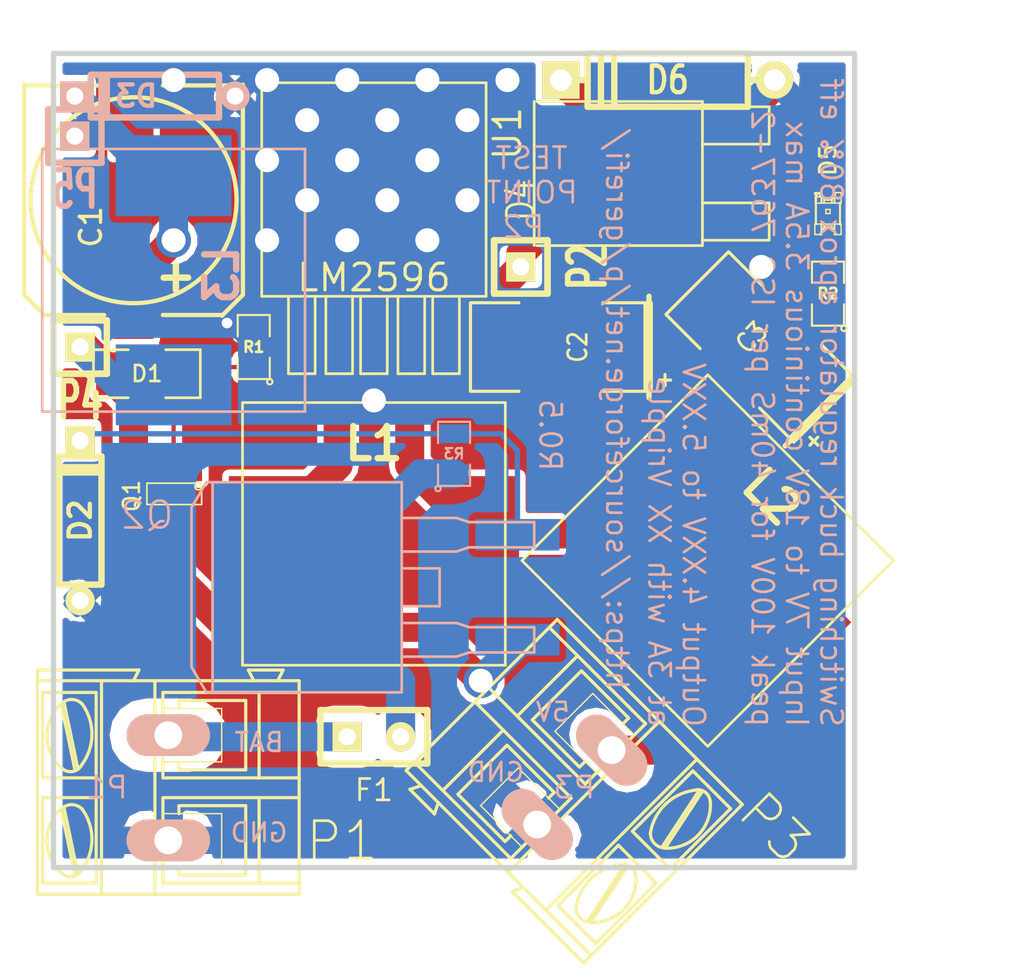
<source format=kicad_pcb>
(kicad_pcb (version 4) (host pcbnew 4.0.5)

  (general
    (links 40)
    (no_connects 0)
    (area 159.838572 92.71 212.507287 142.0241)
    (thickness 1.6002)
    (drawings 19)
    (tracks 126)
    (zones 0)
    (modules 24)
    (nets 13)
  )

  (page A)
  (title_block
    (title "PWR buck 12V switcher regulator")
    (date 2017-02-12)
    (rev "R 0.5")
    (company https://sourceforge.net/p/gerefi/)
  )

  (layers
    (0 Front-ext signal)
    (31 Back-ext signal)
    (32 B.Adhes user)
    (33 F.Adhes user)
    (34 B.Paste user)
    (35 F.Paste user)
    (36 B.SilkS user)
    (37 F.SilkS user)
    (38 B.Mask user)
    (39 F.Mask user)
    (40 Dwgs.User user)
    (41 Cmts.User user)
    (42 Eco1.User user)
    (43 Eco2.User user)
    (44 Edge.Cuts user)
  )

  (setup
    (last_trace_width 0.2032)
    (user_trace_width 0.254)
    (user_trace_width 0.39116)
    (user_trace_width 0.508)
    (user_trace_width 0.762)
    (user_trace_width 1.38176)
    (user_trace_width 3.6068)
    (user_trace_width 9.3472)
    (trace_clearance 0.1778)
    (zone_clearance 0.3048)
    (zone_45_only no)
    (trace_min 0.1524)
    (segment_width 0.254)
    (edge_width 0.254)
    (via_size 1.016)
    (via_drill 0.508)
    (via_min_size 1.016)
    (via_min_drill 0.3)
    (user_via 1.016 0.508)
    (user_via 1.651 1.143)
    (user_via 3.6322 0.31242)
    (uvia_size 0.762)
    (uvia_drill 0.254)
    (uvias_allowed no)
    (uvia_min_size 0.762)
    (uvia_min_drill 0.254)
    (pcb_text_width 0.4318)
    (pcb_text_size 1.524 2.032)
    (mod_edge_width 0.09906)
    (mod_text_size 1.524 1.524)
    (mod_text_width 0.254)
    (pad_size 1.9812 3.9624)
    (pad_drill 1.3208)
    (pad_to_mask_clearance 0.254)
    (aux_axis_origin 0 0)
    (visible_elements 7FFFFF7F)
    (pcbplotparams
      (layerselection 0x010fc_80000001)
      (usegerberextensions true)
      (excludeedgelayer true)
      (linewidth 0.150000)
      (plotframeref false)
      (viasonmask false)
      (mode 1)
      (useauxorigin false)
      (hpglpennumber 1)
      (hpglpenspeed 20)
      (hpglpendiameter 15)
      (hpglpenoverlay 0)
      (psnegative false)
      (psa4output false)
      (plotreference true)
      (plotvalue true)
      (plotinvisibletext false)
      (padsonsilk false)
      (subtractmaskfromsilk false)
      (outputformat 1)
      (mirror false)
      (drillshape 0)
      (scaleselection 1)
      (outputdirectory gerber/))
  )

  (net 0 "")
  (net 1 /5V-REG)
  (net 2 /FB)
  (net 3 /OUT)
  (net 4 /VBAT)
  (net 5 /Vf)
  (net 6 /Vin)
  (net 7 /Vs1)
  (net 8 /Vs2)
  (net 9 GND)
  (net 10 "Net-(D1-Pad1)")
  (net 11 "Net-(D1-Pad2)")
  (net 12 "Net-(D5-Pad1)")

  (net_class Default "This is the default net class."
    (clearance 0.1778)
    (trace_width 0.2032)
    (via_dia 1.016)
    (via_drill 0.508)
    (uvia_dia 0.762)
    (uvia_drill 0.254)
    (add_net "Net-(D1-Pad1)")
    (add_net "Net-(D5-Pad1)")
  )

  (net_class "10A EXT" ""
    (clearance 0.254)
    (trace_width 3.6068)
    (via_dia 3.6322)
    (via_drill 3.1242)
    (uvia_dia 0.762)
    (uvia_drill 0.254)
  )

  (net_class "10A INT" ""
    (clearance 0.254)
    (trace_width 9.3472)
    (via_dia 3.6322)
    (via_drill 3.1242)
    (uvia_dia 0.762)
    (uvia_drill 0.254)
  )

  (net_class "10A INT MOD" ""
    (clearance 0.254)
    (trace_width 0.254)
    (via_dia 1.016)
    (via_drill 0.508)
    (uvia_dia 0.762)
    (uvia_drill 0.254)
  )

  (net_class "1A EXT" ""
    (clearance 0.254)
    (trace_width 0.254)
    (via_dia 1.016)
    (via_drill 0.508)
    (uvia_dia 0.762)
    (uvia_drill 0.254)
    (add_net /Vs1)
  )

  (net_class "1A INT" ""
    (clearance 0.254)
    (trace_width 0.39116)
    (via_dia 1.016)
    (via_drill 0.508)
    (uvia_dia 0.762)
    (uvia_drill 0.254)
  )

  (net_class "5A EXT" ""
    (clearance 0.1524)
    (trace_width 1.38176)
    (via_dia 1.651)
    (via_drill 1.143)
    (uvia_dia 0.762)
    (uvia_drill 0.254)
    (add_net /5V-REG)
    (add_net /FB)
    (add_net /OUT)
    (add_net /VBAT)
    (add_net /Vs2)
    (add_net GND)
    (add_net "Net-(D1-Pad2)")
  )

  (net_class "5A EXT 200V" ""
    (clearance 0.762)
    (trace_width 1.38176)
    (via_dia 1.651)
    (via_drill 1.143)
    (uvia_dia 0.762)
    (uvia_drill 0.254)
    (add_net /Vf)
    (add_net /Vin)
  )

  (net_class "5A INT" ""
    (clearance 0.254)
    (trace_width 3.6068)
    (via_dia 1.651)
    (via_drill 1.143)
    (uvia_dia 0.762)
    (uvia_drill 0.254)
  )

  (module SIL-1 (layer Back-ext) (tedit 569C1951) (tstamp 569C1921)
    (at 163.576 99.187)
    (descr "Connecteurs 1 pin")
    (tags "CONN DEV")
    (path /56A0E175)
    (fp_text reference P5 (at 0 2.54) (layer B.SilkS)
      (effects (font (size 1.72974 1.08712) (thickness 0.27178)) (justify mirror))
    )
    (fp_text value CONN_1 (at 0 2.54) (layer B.SilkS) hide
      (effects (font (size 1.524 1.016) (thickness 0.254)) (justify mirror))
    )
    (fp_line (start -1.27 -1.27) (end 1.27 -1.27) (layer B.SilkS) (width 0.3175))
    (fp_line (start -1.27 1.27) (end 1.27 1.27) (layer B.SilkS) (width 0.3175))
    (fp_line (start -1.27 -1.27) (end -1.27 1.27) (layer B.SilkS) (width 0.3048))
    (fp_line (start 1.27 1.27) (end 1.27 -1.27) (layer B.SilkS) (width 0.3048))
    (pad 1 thru_hole rect (at 0 0) (size 1.397 1.397) (drill 0.8128) (layers *.Cu *.Mask B.SilkS)
      (net 4 /VBAT))
  )

  (module SM100uH (layer Back-ext) (tedit 569C197D) (tstamp 569BC58D)
    (at 168.275 106.045 90)
    (path /56A0BD42)
    (fp_text reference L3 (at 0.254 2.286 90) (layer B.SilkS)
      (effects (font (thickness 0.3048)) (justify mirror))
    )
    (fp_text value 38uH (at 0.0254 -4.8514 90) (layer B.SilkS) hide
      (effects (font (thickness 0.3048)) (justify mirror))
    )
    (fp_line (start 6.2484 -6.2484) (end -6.2484 -6.2484) (layer B.SilkS) (width 0.127))
    (fp_line (start -6.2484 -6.2484) (end -6.2484 6.2484) (layer B.SilkS) (width 0.127))
    (fp_line (start -6.2484 6.2484) (end 6.2484 6.2484) (layer B.SilkS) (width 0.127))
    (fp_line (start 6.2484 6.2484) (end 6.2484 -6.2484) (layer B.SilkS) (width 0.127))
    (pad 1 smd rect (at -4.97586 0 90) (size 3.85064 5.4991) (layers Back-ext B.Paste B.Mask)
      (net 11 "Net-(D1-Pad2)"))
    (pad 2 smd rect (at 4.97586 0 90) (size 3.85064 5.4991) (layers Back-ext B.Paste B.Mask)
      (net 4 /VBAT))
    (model smd/self_cms_we-pd3.wrl
      (at (xyz 0 0 0))
      (scale (xyz 1 1 1))
      (rotate (xyz 0 0 0))
    )
  )

  (module SM2512 (layer Front-ext) (tedit 539C281D) (tstamp 539C2953)
    (at 186.69 109.22 180)
    (tags "CMS SM")
    (path /5611B0EB)
    (attr smd)
    (fp_text reference C2 (at -0.8001 0 270) (layer F.SilkS)
      (effects (font (size 0.889 0.762) (thickness 0.127)))
    )
    (fp_text value "220uF 16V" (at 0.89916 0 270) (layer F.SilkS) hide
      (effects (font (size 0.889 0.762) (thickness 0.127)))
    )
    (fp_line (start -3.99956 -2.10058) (end -3.99956 2.10058) (layer F.SilkS) (width 0.14986))
    (fp_text user + (at -4.953 -1.524 180) (layer F.SilkS)
      (effects (font (size 0.7 0.7) (thickness 0.15)))
    )
    (fp_line (start -4.30022 -2.10058) (end -4.30022 2.10058) (layer F.SilkS) (width 0.14986))
    (fp_line (start 4.30022 -2.10058) (end 4.30022 2.10058) (layer F.SilkS) (width 0.14986))
    (fp_line (start 1.99644 2.10566) (end 4.28244 2.10566) (layer F.SilkS) (width 0.14986))
    (fp_line (start 4.28244 -2.10566) (end 1.99644 -2.10566) (layer F.SilkS) (width 0.14986))
    (fp_line (start -1.99898 -2.10566) (end -4.28498 -2.10566) (layer F.SilkS) (width 0.14986))
    (fp_line (start -4.28244 2.10566) (end -1.99644 2.10566) (layer F.SilkS) (width 0.14986))
    (pad 1 smd rect (at -2.99974 0 180) (size 1.99898 2.99974) (layers Front-ext F.Paste F.Mask)
      (net 2 /FB))
    (pad 2 smd rect (at 2.99974 0 180) (size 1.99898 2.99974) (layers Front-ext F.Paste F.Mask)
      (net 9 GND))
    (model smd\chip_smd_pol_wide.wrl
      (at (xyz 0 0 0))
      (scale (xyz 0.35 0.35 0.35))
      (rotate (xyz 0 0 0))
    )
  )

  (module SM2512 (layer Front-ext) (tedit 539C27E3) (tstamp 533AADFF)
    (at 196.215 109.22 135)
    (tags "CMS SM")
    (path /5611B0EC)
    (attr smd)
    (fp_text reference C3 (at 0.635 0 225) (layer F.SilkS)
      (effects (font (size 0.889 0.762) (thickness 0.127)))
    )
    (fp_text value "220uF 16V" (at 0.89916 0 225) (layer F.SilkS) hide
      (effects (font (size 0.889 0.762) (thickness 0.127)))
    )
    (fp_line (start -3.99956 -2.10058) (end -3.99956 2.10058) (layer F.SilkS) (width 0.14986))
    (fp_text user + (at -4.939141 -1.347038 135) (layer F.SilkS)
      (effects (font (size 0.7 0.7) (thickness 0.15)))
    )
    (fp_line (start -4.30022 -2.10058) (end -4.30022 2.10058) (layer F.SilkS) (width 0.14986))
    (fp_line (start 4.30022 -2.10058) (end 4.30022 2.10058) (layer F.SilkS) (width 0.14986))
    (fp_line (start 1.99644 2.10566) (end 4.28244 2.10566) (layer F.SilkS) (width 0.14986))
    (fp_line (start 4.28244 -2.10566) (end 1.99644 -2.10566) (layer F.SilkS) (width 0.14986))
    (fp_line (start -1.99898 -2.10566) (end -4.28498 -2.10566) (layer F.SilkS) (width 0.14986))
    (fp_line (start -4.28244 2.10566) (end -1.99644 2.10566) (layer F.SilkS) (width 0.14986))
    (pad 1 smd rect (at -2.99974 0 135) (size 1.99898 2.99974) (layers Front-ext F.Paste F.Mask)
      (net 1 /5V-REG))
    (pad 2 smd rect (at 2.99974 0 135) (size 1.99898 2.99974) (layers Front-ext F.Paste F.Mask)
      (net 9 GND))
    (model smd\chip_smd_pol_wide.wrl
      (at (xyz 0 0 0))
      (scale (xyz 0.35 0.35 0.35))
      (rotate (xyz 0 0 0))
    )
  )

  (module SM100uH (layer Front-ext) (tedit 533B6F22) (tstamp 533AAE09)
    (at 177.8 118.11)
    (path /5611B0E1)
    (fp_text reference L1 (at 0 -4.2926) (layer F.SilkS)
      (effects (font (thickness 0.3048)))
    )
    (fp_text value 38uH (at 0.0254 4.8514) (layer F.SilkS) hide
      (effects (font (thickness 0.3048)))
    )
    (fp_line (start 6.2484 6.2484) (end -6.2484 6.2484) (layer F.SilkS) (width 0.127))
    (fp_line (start -6.2484 6.2484) (end -6.2484 -6.2484) (layer F.SilkS) (width 0.127))
    (fp_line (start -6.2484 -6.2484) (end 6.2484 -6.2484) (layer F.SilkS) (width 0.127))
    (fp_line (start 6.2484 -6.2484) (end 6.2484 6.2484) (layer F.SilkS) (width 0.127))
    (pad 1 smd rect (at -4.97586 0) (size 3.85064 5.4991) (layers Front-ext F.Paste F.Mask)
      (net 3 /OUT))
    (pad 2 smd rect (at 4.97586 0) (size 3.85064 5.4991) (layers Front-ext F.Paste F.Mask)
      (net 2 /FB))
    (model smd/self_cms_we-pd3.wrl
      (at (xyz 0 0 0))
      (scale (xyz 1 1 1))
      (rotate (xyz 0 0 0))
    )
  )

  (module SM100uH (layer Front-ext) (tedit 533B6F1E) (tstamp 533AAE13)
    (at 193.675 119.38 315)
    (path /5611B0E3)
    (fp_text reference L2 (at 0 -4.2926 315) (layer F.SilkS)
      (effects (font (thickness 0.3048)))
    )
    (fp_text value 38uH (at 0.0254 4.8514 315) (layer F.SilkS) hide
      (effects (font (thickness 0.3048)))
    )
    (fp_line (start 6.2484 6.2484) (end -6.2484 6.2484) (layer F.SilkS) (width 0.127))
    (fp_line (start -6.2484 6.2484) (end -6.2484 -6.2484) (layer F.SilkS) (width 0.127))
    (fp_line (start -6.2484 -6.2484) (end 6.2484 -6.2484) (layer F.SilkS) (width 0.127))
    (fp_line (start 6.2484 -6.2484) (end 6.2484 6.2484) (layer F.SilkS) (width 0.127))
    (pad 1 smd rect (at -4.97586 0 315) (size 3.85064 5.4991) (layers Front-ext F.Paste F.Mask)
      (net 2 /FB))
    (pad 2 smd rect (at 4.97586 0 315) (size 3.85064 5.4991) (layers Front-ext F.Paste F.Mask)
      (net 1 /5V-REG))
    (model smd/self_cms_we-pd3.wrl
      (at (xyz 0 0 0))
      (scale (xyz 1 1 1))
      (rotate (xyz 0 0 0))
    )
  )

  (module SM0805 (layer Front-ext) (tedit 533B6FA0) (tstamp 533AAE20)
    (at 199.39 106.68 90)
    (path /5611B0DF)
    (attr smd)
    (fp_text reference R2 (at 0 0 180) (layer F.SilkS)
      (effects (font (size 0.508 0.508) (thickness 0.127)))
    )
    (fp_text value 1k (at 0 0.381 90) (layer F.SilkS) hide
      (effects (font (size 0.50038 0.50038) (thickness 0.10922)))
    )
    (fp_circle (center -1.651 0.762) (end -1.651 0.635) (layer F.SilkS) (width 0.09906))
    (fp_line (start -0.508 0.762) (end -1.524 0.762) (layer F.SilkS) (width 0.09906))
    (fp_line (start -1.524 0.762) (end -1.524 -0.762) (layer F.SilkS) (width 0.09906))
    (fp_line (start -1.524 -0.762) (end -0.508 -0.762) (layer F.SilkS) (width 0.09906))
    (fp_line (start 0.508 -0.762) (end 1.524 -0.762) (layer F.SilkS) (width 0.09906))
    (fp_line (start 1.524 -0.762) (end 1.524 0.762) (layer F.SilkS) (width 0.09906))
    (fp_line (start 1.524 0.762) (end 0.508 0.762) (layer F.SilkS) (width 0.09906))
    (pad 1 smd rect (at -0.9525 0 90) (size 0.889 1.397) (layers Front-ext F.Paste F.Mask)
      (net 2 /FB))
    (pad 2 smd rect (at 0.9525 0 90) (size 0.889 1.397) (layers Front-ext F.Paste F.Mask)
      (net 12 "Net-(D5-Pad1)"))
    (model smd/chip_cms.wrl
      (at (xyz 0 0 0))
      (scale (xyz 0.1 0.1 0.1))
      (rotate (xyz 0 0 0))
    )
  )

  (module LED-0805 (layer Front-ext) (tedit 539C2871) (tstamp 533AAE5B)
    (at 199.39 102.87 90)
    (descr "LED 0805 smd package")
    (tags "LED 0805 SMD")
    (path /5611B0E0)
    (attr smd)
    (fp_text reference D5 (at 2.54 0 90) (layer F.SilkS)
      (effects (font (size 0.762 0.762) (thickness 0.127)))
    )
    (fp_text value LED-grn (at 0 1.27 90) (layer F.SilkS) hide
      (effects (font (size 0.762 0.762) (thickness 0.127)))
    )
    (fp_line (start 0.49784 0.29972) (end 0.49784 0.62484) (layer F.SilkS) (width 0.06604))
    (fp_line (start 0.49784 0.62484) (end 0.99822 0.62484) (layer F.SilkS) (width 0.06604))
    (fp_line (start 0.99822 0.29972) (end 0.99822 0.62484) (layer F.SilkS) (width 0.06604))
    (fp_line (start 0.49784 0.29972) (end 0.99822 0.29972) (layer F.SilkS) (width 0.06604))
    (fp_line (start 0.49784 -0.32258) (end 0.49784 -0.17272) (layer F.SilkS) (width 0.06604))
    (fp_line (start 0.49784 -0.17272) (end 0.7493 -0.17272) (layer F.SilkS) (width 0.06604))
    (fp_line (start 0.7493 -0.32258) (end 0.7493 -0.17272) (layer F.SilkS) (width 0.06604))
    (fp_line (start 0.49784 -0.32258) (end 0.7493 -0.32258) (layer F.SilkS) (width 0.06604))
    (fp_line (start 0.49784 0.17272) (end 0.49784 0.32258) (layer F.SilkS) (width 0.06604))
    (fp_line (start 0.49784 0.32258) (end 0.7493 0.32258) (layer F.SilkS) (width 0.06604))
    (fp_line (start 0.7493 0.17272) (end 0.7493 0.32258) (layer F.SilkS) (width 0.06604))
    (fp_line (start 0.49784 0.17272) (end 0.7493 0.17272) (layer F.SilkS) (width 0.06604))
    (fp_line (start 0.49784 -0.19812) (end 0.49784 0.19812) (layer F.SilkS) (width 0.06604))
    (fp_line (start 0.49784 0.19812) (end 0.6731 0.19812) (layer F.SilkS) (width 0.06604))
    (fp_line (start 0.6731 -0.19812) (end 0.6731 0.19812) (layer F.SilkS) (width 0.06604))
    (fp_line (start 0.49784 -0.19812) (end 0.6731 -0.19812) (layer F.SilkS) (width 0.06604))
    (fp_line (start -0.99822 0.29972) (end -0.99822 0.62484) (layer F.SilkS) (width 0.06604))
    (fp_line (start -0.99822 0.62484) (end -0.49784 0.62484) (layer F.SilkS) (width 0.06604))
    (fp_line (start -0.49784 0.29972) (end -0.49784 0.62484) (layer F.SilkS) (width 0.06604))
    (fp_line (start -0.99822 0.29972) (end -0.49784 0.29972) (layer F.SilkS) (width 0.06604))
    (fp_line (start -0.99822 -0.62484) (end -0.99822 -0.29972) (layer F.SilkS) (width 0.06604))
    (fp_line (start -0.99822 -0.29972) (end -0.49784 -0.29972) (layer F.SilkS) (width 0.06604))
    (fp_line (start -0.49784 -0.62484) (end -0.49784 -0.29972) (layer F.SilkS) (width 0.06604))
    (fp_line (start -0.99822 -0.62484) (end -0.49784 -0.62484) (layer F.SilkS) (width 0.06604))
    (fp_line (start -0.7493 0.17272) (end -0.7493 0.32258) (layer F.SilkS) (width 0.06604))
    (fp_line (start -0.7493 0.32258) (end -0.49784 0.32258) (layer F.SilkS) (width 0.06604))
    (fp_line (start -0.49784 0.17272) (end -0.49784 0.32258) (layer F.SilkS) (width 0.06604))
    (fp_line (start -0.7493 0.17272) (end -0.49784 0.17272) (layer F.SilkS) (width 0.06604))
    (fp_line (start -0.7493 -0.32258) (end -0.7493 -0.17272) (layer F.SilkS) (width 0.06604))
    (fp_line (start -0.7493 -0.17272) (end -0.49784 -0.17272) (layer F.SilkS) (width 0.06604))
    (fp_line (start -0.49784 -0.32258) (end -0.49784 -0.17272) (layer F.SilkS) (width 0.06604))
    (fp_line (start -0.7493 -0.32258) (end -0.49784 -0.32258) (layer F.SilkS) (width 0.06604))
    (fp_line (start -0.6731 -0.19812) (end -0.6731 0.19812) (layer F.SilkS) (width 0.06604))
    (fp_line (start -0.6731 0.19812) (end -0.49784 0.19812) (layer F.SilkS) (width 0.06604))
    (fp_line (start -0.49784 -0.19812) (end -0.49784 0.19812) (layer F.SilkS) (width 0.06604))
    (fp_line (start -0.6731 -0.19812) (end -0.49784 -0.19812) (layer F.SilkS) (width 0.06604))
    (fp_line (start 0 -0.09906) (end 0 0.09906) (layer F.SilkS) (width 0.06604))
    (fp_line (start 0 0.09906) (end 0.19812 0.09906) (layer F.SilkS) (width 0.06604))
    (fp_line (start 0.19812 -0.09906) (end 0.19812 0.09906) (layer F.SilkS) (width 0.06604))
    (fp_line (start 0 -0.09906) (end 0.19812 -0.09906) (layer F.SilkS) (width 0.06604))
    (fp_line (start 0.49784 -0.59944) (end 0.49784 -0.29972) (layer F.SilkS) (width 0.06604))
    (fp_line (start 0.49784 -0.29972) (end 0.79756 -0.29972) (layer F.SilkS) (width 0.06604))
    (fp_line (start 0.79756 -0.59944) (end 0.79756 -0.29972) (layer F.SilkS) (width 0.06604))
    (fp_line (start 0.49784 -0.59944) (end 0.79756 -0.59944) (layer F.SilkS) (width 0.06604))
    (fp_line (start 0.92456 -0.62484) (end 0.92456 -0.39878) (layer F.SilkS) (width 0.06604))
    (fp_line (start 0.92456 -0.39878) (end 0.99822 -0.39878) (layer F.SilkS) (width 0.06604))
    (fp_line (start 0.99822 -0.62484) (end 0.99822 -0.39878) (layer F.SilkS) (width 0.06604))
    (fp_line (start 0.92456 -0.62484) (end 0.99822 -0.62484) (layer F.SilkS) (width 0.06604))
    (fp_line (start 0.52324 0.57404) (end -0.52324 0.57404) (layer F.SilkS) (width 0.1016))
    (fp_line (start -0.49784 -0.57404) (end 0.92456 -0.57404) (layer F.SilkS) (width 0.1016))
    (fp_circle (center 0.84836 -0.44958) (end 0.89916 -0.50038) (layer F.SilkS) (width 0.0508))
    (fp_arc (start 0.99822 0) (end 0.99822 0.34798) (angle 180) (layer F.SilkS) (width 0.1016))
    (fp_arc (start -0.99822 0) (end -0.99822 -0.34798) (angle 180) (layer F.SilkS) (width 0.1016))
    (pad 1 smd rect (at -1.04902 0 90) (size 1.19888 1.19888) (layers Front-ext F.Paste F.Mask)
      (net 12 "Net-(D5-Pad1)"))
    (pad 2 smd rect (at 1.04902 0 90) (size 1.19888 1.19888) (layers Front-ext F.Paste F.Mask)
      (net 9 GND))
  )

  (module DPAK5 (layer Front-ext) (tedit 533B6F57) (tstamp 533AAE79)
    (at 177.8 109.22)
    (tags "CMS DPACK")
    (path /5611B0E2)
    (fp_text reference U1 (at 6.35 -10.16 90) (layer F.SilkS)
      (effects (font (size 1.27 1.27) (thickness 0.1524)))
    )
    (fp_text value LM2596 (at 0 -3.302) (layer F.SilkS)
      (effects (font (size 1.27 1.27) (thickness 0.1524)))
    )
    (fp_line (start 2.794 -2.413) (end 2.794 1.27) (layer F.SilkS) (width 0.127))
    (fp_line (start 2.794 1.27) (end 4.064 1.27) (layer F.SilkS) (width 0.127))
    (fp_line (start 4.064 1.27) (end 4.064 -2.413) (layer F.SilkS) (width 0.127))
    (fp_line (start 1.143 -2.413) (end 1.143 1.27) (layer F.SilkS) (width 0.127))
    (fp_line (start 1.143 1.27) (end 2.413 1.27) (layer F.SilkS) (width 0.127))
    (fp_line (start 2.413 1.27) (end 2.413 -2.413) (layer F.SilkS) (width 0.127))
    (fp_line (start -0.635 -2.413) (end -0.635 1.27) (layer F.SilkS) (width 0.127))
    (fp_line (start -0.635 1.27) (end 0.635 1.27) (layer F.SilkS) (width 0.127))
    (fp_line (start 0.635 1.27) (end 0.635 -2.413) (layer F.SilkS) (width 0.127))
    (fp_line (start -2.286 -2.413) (end -2.286 1.27) (layer F.SilkS) (width 0.127))
    (fp_line (start -2.286 1.27) (end -1.143 1.27) (layer F.SilkS) (width 0.127))
    (fp_line (start -1.143 1.27) (end -1.016 1.27) (layer F.SilkS) (width 0.127))
    (fp_line (start -1.016 1.27) (end -1.016 -2.413) (layer F.SilkS) (width 0.127))
    (fp_line (start -4.064 -2.413) (end -4.064 1.27) (layer F.SilkS) (width 0.127))
    (fp_line (start -4.064 1.27) (end -2.794 1.27) (layer F.SilkS) (width 0.127))
    (fp_line (start -2.794 1.27) (end -2.794 -2.413) (layer F.SilkS) (width 0.127))
    (fp_line (start -5.334 -2.413) (end 5.334 -2.413) (layer F.SilkS) (width 0.127))
    (fp_line (start 5.334 -2.413) (end 5.334 -12.573) (layer F.SilkS) (width 0.127))
    (fp_line (start 5.334 -12.573) (end -5.334 -12.573) (layer F.SilkS) (width 0.127))
    (fp_line (start -5.334 -12.573) (end -5.334 -2.413) (layer F.SilkS) (width 0.127))
    (pad 1 smd rect (at -3.4036 0) (size 1.0668 2.286) (layers Front-ext F.Paste F.Mask)
      (net 4 /VBAT))
    (pad 3 smd rect (at 0 -8.763) (size 10.668 8.89) (layers Front-ext F.Paste F.Mask)
      (net 9 GND))
    (pad 3 smd rect (at 0 0) (size 1.0668 2.286) (layers Front-ext F.Paste F.Mask)
      (net 9 GND))
    (pad 2 smd rect (at -1.7018 0) (size 1.0668 2.286) (layers Front-ext F.Paste F.Mask)
      (net 3 /OUT))
    (pad 4 smd rect (at 1.7018 0) (size 1.0668 2.286) (layers Front-ext F.Paste F.Mask)
      (net 2 /FB))
    (pad 5 smd rect (at 3.4036 0) (size 1.0668 2.286) (layers Front-ext F.Paste F.Mask)
      (net 9 GND))
    (model smd/dpack_5.wrl
      (at (xyz 0 0 0))
      (scale (xyz 1 1 1))
      (rotate (xyz 0 0 0))
    )
  )

  (module DPAK2 (layer Front-ext) (tedit 533B7023) (tstamp 533B125E)
    (at 194.945 100.965 90)
    (descr "MOS boitier DPACK G-D-S")
    (tags "CMD DPACK")
    (path /5611B0E4)
    (attr smd)
    (fp_text reference D4 (at -1.27 -10.16 90) (layer F.SilkS)
      (effects (font (size 1.27 1.016) (thickness 0.127)))
    )
    (fp_text value SCHDPAK (at 0 -2.413 90) (layer F.SilkS) hide
      (effects (font (size 1.016 1.016) (thickness 0.2032)))
    )
    (fp_line (start 1.397 -1.524) (end 1.397 1.651) (layer F.SilkS) (width 0.127))
    (fp_line (start 1.397 1.651) (end 3.175 1.651) (layer F.SilkS) (width 0.127))
    (fp_line (start 3.175 1.651) (end 3.175 -1.524) (layer F.SilkS) (width 0.127))
    (fp_line (start -3.175 -1.524) (end -3.175 1.651) (layer F.SilkS) (width 0.127))
    (fp_line (start -3.175 1.651) (end -1.397 1.651) (layer F.SilkS) (width 0.127))
    (fp_line (start -1.397 1.651) (end -1.397 -1.524) (layer F.SilkS) (width 0.127))
    (fp_line (start 3.429 -7.62) (end 3.429 -1.524) (layer F.SilkS) (width 0.127))
    (fp_line (start 3.429 -1.524) (end -3.429 -1.524) (layer F.SilkS) (width 0.127))
    (fp_line (start -3.429 -1.524) (end -3.429 -9.398) (layer F.SilkS) (width 0.127))
    (fp_line (start -3.429 -9.525) (end 3.429 -9.525) (layer F.SilkS) (width 0.127))
    (fp_line (start 3.429 -9.398) (end 3.429 -7.62) (layer F.SilkS) (width 0.127))
    (pad 1 smd rect (at -2.286 0 90) (size 1.651 3.048) (layers Front-ext F.Paste F.Mask)
      (net 9 GND))
    (pad 2 smd rect (at 0 -6.35 90) (size 6.096 6.096) (layers Front-ext F.Paste F.Mask)
      (net 3 /OUT))
    (pad 3 smd rect (at 2.286 0 90) (size 1.651 3.048) (layers Front-ext F.Paste F.Mask)
      (net 9 GND))
    (model smd/dpack_2.wrl
      (at (xyz 0 0 0))
      (scale (xyz 1 1 1))
      (rotate (xyz 0 0 0))
    )
  )

  (module SMDSVP10 (layer Front-ext) (tedit 569C1945) (tstamp 533A91F4)
    (at 166.37 102.235 90)
    (path /5611B0DE)
    (attr smd)
    (fp_text reference C1 (at -1.27 -2.032 90) (layer F.SilkS)
      (effects (font (size 1.016 1.00076) (thickness 0.15748)))
    )
    (fp_text value "330uF 35V" (at 0 2.79908 90) (layer F.SilkS) hide
      (effects (font (size 1.016 1.00076) (thickness 0.2032)))
    )
    (fp_line (start -5.461 4.191) (end -5.461 1.397) (layer F.SilkS) (width 0.2032))
    (fp_line (start -5.461 -4.191) (end -5.461 -1.397) (layer F.SilkS) (width 0.2032))
    (fp_line (start 5.461 5.207) (end 5.461 1.397) (layer F.SilkS) (width 0.2032))
    (fp_line (start 5.461 -5.207) (end 5.461 -1.397) (layer F.SilkS) (width 0.2032))
    (fp_text user + (at -3.683 1.905 90) (layer F.SilkS)
      (effects (font (thickness 0.3048)))
    )
    (fp_circle (center 0 0) (end 4.89966 0) (layer F.SilkS) (width 0.2032))
    (fp_line (start 5.4991 -5.19938) (end -4.50088 -5.19938) (layer F.SilkS) (width 0.2032))
    (fp_line (start -4.50088 -5.19938) (end -5.4991 -4.20116) (layer F.SilkS) (width 0.2032))
    (fp_line (start -5.4991 4.20116) (end -4.50088 5.19938) (layer F.SilkS) (width 0.2032))
    (fp_line (start -4.50088 5.19938) (end 5.4991 5.19938) (layer F.SilkS) (width 0.2032))
    (pad 1 smd rect (at -4.39928 0 90) (size 4.39928 1.89992) (layers Front-ext F.Paste F.Mask)
      (net 4 /VBAT))
    (pad 2 smd rect (at 4.30022 0 90) (size 4.39928 1.89992) (layers Front-ext F.Paste F.Mask)
      (net 9 GND))
    (model smd\capacitors\c_elec_10x10_5.wrl
      (at (xyz 0 0 0.001))
      (scale (xyz 1 1 1))
      (rotate (xyz 0 0 0))
    )
  )

  (module SM0805 (layer Front-ext) (tedit 533B6F99) (tstamp 533A9B6E)
    (at 172.085 109.22 90)
    (path /5611B0E7)
    (attr smd)
    (fp_text reference R1 (at 0 0 180) (layer F.SilkS)
      (effects (font (size 0.508 0.508) (thickness 0.127)))
    )
    (fp_text value 39k (at 0 0.381 90) (layer F.SilkS) hide
      (effects (font (size 0.50038 0.50038) (thickness 0.10922)))
    )
    (fp_circle (center -1.651 0.762) (end -1.651 0.635) (layer F.SilkS) (width 0.09906))
    (fp_line (start -0.508 0.762) (end -1.524 0.762) (layer F.SilkS) (width 0.09906))
    (fp_line (start -1.524 0.762) (end -1.524 -0.762) (layer F.SilkS) (width 0.09906))
    (fp_line (start -1.524 -0.762) (end -0.508 -0.762) (layer F.SilkS) (width 0.09906))
    (fp_line (start 0.508 -0.762) (end 1.524 -0.762) (layer F.SilkS) (width 0.09906))
    (fp_line (start 1.524 -0.762) (end 1.524 0.762) (layer F.SilkS) (width 0.09906))
    (fp_line (start 1.524 0.762) (end 0.508 0.762) (layer F.SilkS) (width 0.09906))
    (pad 1 smd rect (at -0.9525 0 90) (size 0.889 1.397) (layers Front-ext F.Paste F.Mask)
      (net 10 "Net-(D1-Pad1)"))
    (pad 2 smd rect (at 0.9525 0 90) (size 0.889 1.397) (layers Front-ext F.Paste F.Mask)
      (net 9 GND))
    (model smd/chip_cms.wrl
      (at (xyz 0 0 0))
      (scale (xyz 0.1 0.1 0.1))
      (rotate (xyz 0 0 0))
    )
  )

  (module SIL-1 (layer Front-ext) (tedit 533B6F3D) (tstamp 533AADCB)
    (at 184.785 105.41 90)
    (descr "Connecteurs 1 pin")
    (tags "CONN DEV")
    (path /5611B0DD)
    (fp_text reference P2 (at 0 3.175 90) (layer F.SilkS)
      (effects (font (size 1.72974 1.08712) (thickness 0.27178)))
    )
    (fp_text value CONN_1 (at 0 -2.54 90) (layer F.SilkS) hide
      (effects (font (size 1.524 1.016) (thickness 0.254)))
    )
    (fp_line (start -1.27 1.27) (end 1.27 1.27) (layer F.SilkS) (width 0.3175))
    (fp_line (start -1.27 -1.27) (end 1.27 -1.27) (layer F.SilkS) (width 0.3175))
    (fp_line (start -1.27 1.27) (end -1.27 -1.27) (layer F.SilkS) (width 0.3048))
    (fp_line (start 1.27 -1.27) (end 1.27 1.27) (layer F.SilkS) (width 0.3048))
    (pad 1 thru_hole rect (at 0 0 90) (size 1.397 1.397) (drill 0.8128) (layers *.Cu *.Mask F.SilkS)
      (net 3 /OUT))
  )

  (module SM1206 (layer Front-ext) (tedit 42806E24) (tstamp 533C27B9)
    (at 167.005 110.49 180)
    (path /5611B0E8)
    (attr smd)
    (fp_text reference D1 (at 0 0 180) (layer F.SilkS)
      (effects (font (size 0.762 0.762) (thickness 0.127)))
    )
    (fp_text value 7.5V (at 0 0 180) (layer F.SilkS) hide
      (effects (font (size 0.762 0.762) (thickness 0.127)))
    )
    (fp_line (start -2.54 -1.143) (end -2.54 1.143) (layer F.SilkS) (width 0.127))
    (fp_line (start -2.54 1.143) (end -0.889 1.143) (layer F.SilkS) (width 0.127))
    (fp_line (start 0.889 -1.143) (end 2.54 -1.143) (layer F.SilkS) (width 0.127))
    (fp_line (start 2.54 -1.143) (end 2.54 1.143) (layer F.SilkS) (width 0.127))
    (fp_line (start 2.54 1.143) (end 0.889 1.143) (layer F.SilkS) (width 0.127))
    (fp_line (start -0.889 -1.143) (end -2.54 -1.143) (layer F.SilkS) (width 0.127))
    (pad 1 smd rect (at -1.651 0 180) (size 1.524 2.032) (layers Front-ext F.Paste F.Mask)
      (net 10 "Net-(D1-Pad1)"))
    (pad 2 smd rect (at 1.651 0 180) (size 1.524 2.032) (layers Front-ext F.Paste F.Mask)
      (net 11 "Net-(D1-Pad2)"))
    (model smd/chip_cms.wrl
      (at (xyz 0 0 0))
      (scale (xyz 0.17 0.16 0.16))
      (rotate (xyz 0 0 0))
    )
  )

  (module SOT23 (layer Front-ext) (tedit 533B6FCD) (tstamp 533BF37F)
    (at 168.275 116.205 180)
    (tags SOT23)
    (path /5611B0E6)
    (fp_text reference Q1 (at 1.99898 -0.09906 270) (layer F.SilkS)
      (effects (font (size 0.762 0.762) (thickness 0.11938)))
    )
    (fp_text value 20V (at 0.0635 0 180) (layer F.SilkS) hide
      (effects (font (size 0.50038 0.50038) (thickness 0.09906)))
    )
    (fp_circle (center -1.17602 0.35052) (end -1.30048 0.44958) (layer F.SilkS) (width 0.07874))
    (fp_line (start 1.27 -0.508) (end 1.27 0.508) (layer F.SilkS) (width 0.07874))
    (fp_line (start -1.3335 -0.508) (end -1.3335 0.508) (layer F.SilkS) (width 0.07874))
    (fp_line (start 1.27 0.508) (end -1.3335 0.508) (layer F.SilkS) (width 0.07874))
    (fp_line (start -1.3335 -0.508) (end 1.27 -0.508) (layer F.SilkS) (width 0.07874))
    (pad 3 smd rect (at 0 -1.09982 180) (size 0.8001 1.00076) (layers Front-ext F.Paste F.Mask)
      (net 8 /Vs2))
    (pad 2 smd rect (at 0.9525 1.09982 180) (size 0.8001 1.00076) (layers Front-ext F.Paste F.Mask)
      (net 11 "Net-(D1-Pad2)"))
    (pad 1 smd rect (at -0.9525 1.09982 180) (size 0.8001 1.00076) (layers Front-ext F.Paste F.Mask)
      (net 10 "Net-(D1-Pad1)"))
    (model smd\SOT23_3.wrl
      (at (xyz 0 0 0))
      (scale (xyz 0.4 0.4 0.4))
      (rotate (xyz 0 0 180))
    )
  )

  (module D4 (layer Front-ext) (tedit 200000) (tstamp 533C26A0)
    (at 191.77 96.52 180)
    (descr "Diode 4 pas")
    (tags "DIODE DEV")
    (path /5611B0EA)
    (fp_text reference D6 (at 0 0 180) (layer F.SilkS)
      (effects (font (size 1.27 1.016) (thickness 0.2032)))
    )
    (fp_text value DIODESCH (at 0 0 180) (layer F.SilkS) hide
      (effects (font (size 1.27 1.016) (thickness 0.2032)))
    )
    (fp_line (start -3.81 -1.27) (end 3.81 -1.27) (layer F.SilkS) (width 0.3048))
    (fp_line (start 3.81 -1.27) (end 3.81 1.27) (layer F.SilkS) (width 0.3048))
    (fp_line (start 3.81 1.27) (end -3.81 1.27) (layer F.SilkS) (width 0.3048))
    (fp_line (start -3.81 1.27) (end -3.81 -1.27) (layer F.SilkS) (width 0.3048))
    (fp_line (start 3.175 -1.27) (end 3.175 1.27) (layer F.SilkS) (width 0.3048))
    (fp_line (start 2.54 1.27) (end 2.54 -1.27) (layer F.SilkS) (width 0.3048))
    (fp_line (start -3.81 0) (end -5.08 0) (layer F.SilkS) (width 0.3048))
    (fp_line (start 3.81 0) (end 5.08 0) (layer F.SilkS) (width 0.3048))
    (pad 1 thru_hole circle (at -5.08 0 180) (size 1.778 1.778) (drill 1.016) (layers *.Cu *.Mask F.SilkS)
      (net 9 GND))
    (pad 2 thru_hole rect (at 5.08 0 180) (size 1.778 1.778) (drill 1.016) (layers *.Cu *.Mask F.SilkS)
      (net 3 /OUT))
    (model discret/diode.wrl
      (at (xyz 0 0 0))
      (scale (xyz 0.4 0.4 0.4))
      (rotate (xyz 0 0 0))
    )
  )

  (module AK300-2 (layer Front-ext) (tedit 539C6042) (tstamp 533B1242)
    (at 168.021 130.175 90)
    (descr CONNECTOR)
    (tags CONNECTOR)
    (path /5611B0CA)
    (attr virtual)
    (fp_text reference P1 (at -2.54 8.255 180) (layer F.SilkS)
      (effects (font (size 1.778 1.778) (thickness 0.127)))
    )
    (fp_text value CONN_2 (at 0.254 7.747 90) (layer F.SilkS) hide
      (effects (font (size 1.778 1.778) (thickness 0.0889)))
    )
    (fp_line (start -3.7846 2.54) (end -1.2446 2.54) (layer F.SilkS) (width 0.06604))
    (fp_line (start -1.2446 2.54) (end -1.2446 -0.254) (layer F.SilkS) (width 0.06604))
    (fp_line (start -3.7846 -0.254) (end -1.2446 -0.254) (layer F.SilkS) (width 0.06604))
    (fp_line (start -3.7846 2.54) (end -3.7846 -0.254) (layer F.SilkS) (width 0.06604))
    (fp_line (start 1.2192 2.54) (end 3.7592 2.54) (layer F.SilkS) (width 0.06604))
    (fp_line (start 3.7592 2.54) (end 3.7592 -0.254) (layer F.SilkS) (width 0.06604))
    (fp_line (start 1.2192 -0.254) (end 3.7592 -0.254) (layer F.SilkS) (width 0.06604))
    (fp_line (start 1.2192 2.54) (end 1.2192 -0.254) (layer F.SilkS) (width 0.06604))
    (fp_line (start 5.08 -6.223) (end 5.08 -3.175) (layer F.SilkS) (width 0.1524))
    (fp_line (start 5.08 -6.223) (end -5.08 -6.223) (layer F.SilkS) (width 0.1524))
    (fp_line (start 5.08 -6.223) (end 5.588 -6.223) (layer F.SilkS) (width 0.1524))
    (fp_line (start 5.588 -6.223) (end 5.588 -1.397) (layer F.SilkS) (width 0.1524))
    (fp_line (start 5.588 -1.397) (end 5.08 -1.651) (layer F.SilkS) (width 0.1524))
    (fp_line (start 5.588 5.461) (end 5.08 5.207) (layer F.SilkS) (width 0.1524))
    (fp_line (start 5.08 5.207) (end 5.08 6.223) (layer F.SilkS) (width 0.1524))
    (fp_line (start 5.588 3.81) (end 5.08 4.064) (layer F.SilkS) (width 0.1524))
    (fp_line (start 5.08 4.064) (end 5.08 5.207) (layer F.SilkS) (width 0.1524))
    (fp_line (start 5.588 3.81) (end 5.588 5.461) (layer F.SilkS) (width 0.1524))
    (fp_line (start 0.4572 6.223) (end 0.4572 4.318) (layer F.SilkS) (width 0.1524))
    (fp_line (start 4.5212 -0.254) (end 4.5212 4.318) (layer F.SilkS) (width 0.1524))
    (fp_line (start 0.4572 6.223) (end 4.5212 6.223) (layer F.SilkS) (width 0.1524))
    (fp_line (start 4.5212 6.223) (end 5.08 6.223) (layer F.SilkS) (width 0.1524))
    (fp_line (start -0.4826 6.223) (end -0.4826 4.318) (layer F.SilkS) (width 0.1524))
    (fp_line (start -0.4826 6.223) (end 0.4572 6.223) (layer F.SilkS) (width 0.1524))
    (fp_line (start -4.5466 -0.254) (end -4.5466 4.318) (layer F.SilkS) (width 0.1524))
    (fp_line (start -5.08 6.223) (end -4.5466 6.223) (layer F.SilkS) (width 0.1524))
    (fp_line (start -4.5466 6.223) (end -0.4826 6.223) (layer F.SilkS) (width 0.1524))
    (fp_line (start 0.4572 4.318) (end 4.5212 4.318) (layer F.SilkS) (width 0.1524))
    (fp_line (start 0.4572 4.318) (end 0.4572 -0.254) (layer F.SilkS) (width 0.1524))
    (fp_line (start 4.5212 4.318) (end 4.5212 6.223) (layer F.SilkS) (width 0.1524))
    (fp_line (start -0.4826 4.318) (end -4.5466 4.318) (layer F.SilkS) (width 0.1524))
    (fp_line (start -0.4826 4.318) (end -0.4826 -0.254) (layer F.SilkS) (width 0.1524))
    (fp_line (start -4.5466 4.318) (end -4.5466 6.223) (layer F.SilkS) (width 0.1524))
    (fp_line (start 4.1402 3.683) (end 4.1402 0.508) (layer F.SilkS) (width 0.1524))
    (fp_line (start 4.1402 3.683) (end 0.8382 3.683) (layer F.SilkS) (width 0.1524))
    (fp_line (start 0.8382 3.683) (end 0.8382 0.508) (layer F.SilkS) (width 0.1524))
    (fp_line (start -0.8636 3.683) (end -0.8636 0.508) (layer F.SilkS) (width 0.1524))
    (fp_line (start -0.8636 3.683) (end -4.1656 3.683) (layer F.SilkS) (width 0.1524))
    (fp_line (start -4.1656 3.683) (end -4.1656 0.508) (layer F.SilkS) (width 0.1524))
    (fp_line (start -4.1656 0.508) (end -3.7846 0.508) (layer F.SilkS) (width 0.1524))
    (fp_line (start -0.8636 0.508) (end -1.2446 0.508) (layer F.SilkS) (width 0.1524))
    (fp_line (start 0.8382 0.508) (end 1.2192 0.508) (layer F.SilkS) (width 0.1524))
    (fp_line (start 4.1402 0.508) (end 3.7592 0.508) (layer F.SilkS) (width 0.1524))
    (fp_line (start -5.08 6.223) (end -5.08 -0.635) (layer F.SilkS) (width 0.1524))
    (fp_line (start -5.08 -0.635) (end -5.08 -3.175) (layer F.SilkS) (width 0.1524))
    (fp_line (start 5.08 -1.651) (end 5.08 -0.635) (layer F.SilkS) (width 0.1524))
    (fp_line (start 5.08 -0.635) (end 5.08 4.064) (layer F.SilkS) (width 0.1524))
    (fp_line (start -5.08 -3.175) (end 5.08 -3.175) (layer F.SilkS) (width 0.1524))
    (fp_line (start -5.08 -3.175) (end -5.08 -6.223) (layer F.SilkS) (width 0.1524))
    (fp_line (start 5.08 -3.175) (end 5.08 -1.651) (layer F.SilkS) (width 0.1524))
    (fp_line (start 0.4572 -3.429) (end 0.4572 -5.969) (layer F.SilkS) (width 0.1524))
    (fp_line (start 0.4572 -5.969) (end 4.5212 -5.969) (layer F.SilkS) (width 0.1524))
    (fp_line (start 4.5212 -5.969) (end 4.5212 -3.429) (layer F.SilkS) (width 0.1524))
    (fp_line (start 4.5212 -3.429) (end 0.4572 -3.429) (layer F.SilkS) (width 0.1524))
    (fp_line (start -0.4826 -3.429) (end -0.4826 -5.969) (layer F.SilkS) (width 0.1524))
    (fp_line (start -0.4826 -3.429) (end -4.5466 -3.429) (layer F.SilkS) (width 0.1524))
    (fp_line (start -4.5466 -3.429) (end -4.5466 -5.969) (layer F.SilkS) (width 0.1524))
    (fp_line (start -0.4826 -5.969) (end -4.5466 -5.969) (layer F.SilkS) (width 0.1524))
    (fp_line (start 0.8636 -4.445) (end 3.9116 -5.08) (layer F.SilkS) (width 0.1524))
    (fp_line (start 0.9906 -4.318) (end 4.0386 -4.953) (layer F.SilkS) (width 0.1524))
    (fp_line (start -4.1402 -4.445) (end -1.08966 -5.08) (layer F.SilkS) (width 0.1524))
    (fp_line (start -4.0132 -4.318) (end -0.9652 -4.953) (layer F.SilkS) (width 0.1524))
    (fp_line (start -4.5466 -0.254) (end -4.1656 -0.254) (layer F.SilkS) (width 0.1524))
    (fp_line (start -0.4826 -0.254) (end -0.8636 -0.254) (layer F.SilkS) (width 0.1524))
    (fp_line (start -0.8636 -0.254) (end -4.1656 -0.254) (layer F.SilkS) (width 0.1524))
    (fp_line (start -5.08 -0.635) (end -4.1656 -0.635) (layer F.SilkS) (width 0.1524))
    (fp_line (start -4.1656 -0.635) (end -0.8636 -0.635) (layer F.SilkS) (width 0.1524))
    (fp_line (start -0.8636 -0.635) (end 0.8382 -0.635) (layer F.SilkS) (width 0.1524))
    (fp_line (start 5.08 -0.635) (end 4.1402 -0.635) (layer F.SilkS) (width 0.1524))
    (fp_line (start 4.1402 -0.635) (end 0.8382 -0.635) (layer F.SilkS) (width 0.1524))
    (fp_line (start 4.5212 -0.254) (end 4.1402 -0.254) (layer F.SilkS) (width 0.1524))
    (fp_line (start 0.4572 -0.254) (end 0.8382 -0.254) (layer F.SilkS) (width 0.1524))
    (fp_line (start 0.8382 -0.254) (end 4.1402 -0.254) (layer F.SilkS) (width 0.1524))
    (fp_arc (start 3.5052 -4.59486) (end 4.01066 -5.05206) (angle 90.5) (layer F.SilkS) (width 0.1524))
    (fp_arc (start 2.54 -6.0706) (end 4.00304 -4.11734) (angle 75.5) (layer F.SilkS) (width 0.1524))
    (fp_arc (start 2.46126 -3.7084) (end 0.8636 -5.0038) (angle 100) (layer F.SilkS) (width 0.1524))
    (fp_arc (start 1.3462 -4.64566) (end 1.05664 -4.1275) (angle 104.2) (layer F.SilkS) (width 0.1524))
    (fp_arc (start -1.4986 -4.59486) (end -0.9906 -5.05206) (angle 90.5) (layer F.SilkS) (width 0.1524))
    (fp_arc (start -2.46126 -6.0706) (end -0.99822 -4.11734) (angle 75.5) (layer F.SilkS) (width 0.1524))
    (fp_arc (start -2.53746 -3.7084) (end -4.1402 -5.0038) (angle 100) (layer F.SilkS) (width 0.1524))
    (fp_arc (start -3.6576 -4.64566) (end -3.94462 -4.1275) (angle 104.2) (layer F.SilkS) (width 0.1524))
    (pad 1 thru_hole oval (at -2.5146 0 90) (size 1.9812 3.9624) (drill 1.3208) (layers *.Cu *.Paste *.SilkS *.Mask)
      (net 9 GND))
    (pad 2 thru_hole oval (at 2.4892 0 90) (size 1.9812 3.9624) (drill 1.3208) (layers *.Cu *.Paste *.SilkS *.Mask)
      (net 6 /Vin))
  )

  (module AK300-2 (layer Front-ext) (tedit 539C6030) (tstamp 533B124C)
    (at 187.325 130.175 225)
    (descr CONNECTOR)
    (tags CONNECTOR)
    (path /5611B0CC)
    (attr virtual)
    (fp_text reference P3 (at -5.388154 -8.082231 315) (layer F.SilkS)
      (effects (font (size 1.778 1.778) (thickness 0.127)))
    )
    (fp_text value CONN_2 (at 0.254 7.747 225) (layer F.SilkS) hide
      (effects (font (size 1.778 1.778) (thickness 0.0889)))
    )
    (fp_line (start -3.7846 2.54) (end -1.2446 2.54) (layer F.SilkS) (width 0.06604))
    (fp_line (start -1.2446 2.54) (end -1.2446 -0.254) (layer F.SilkS) (width 0.06604))
    (fp_line (start -3.7846 -0.254) (end -1.2446 -0.254) (layer F.SilkS) (width 0.06604))
    (fp_line (start -3.7846 2.54) (end -3.7846 -0.254) (layer F.SilkS) (width 0.06604))
    (fp_line (start 1.2192 2.54) (end 3.7592 2.54) (layer F.SilkS) (width 0.06604))
    (fp_line (start 3.7592 2.54) (end 3.7592 -0.254) (layer F.SilkS) (width 0.06604))
    (fp_line (start 1.2192 -0.254) (end 3.7592 -0.254) (layer F.SilkS) (width 0.06604))
    (fp_line (start 1.2192 2.54) (end 1.2192 -0.254) (layer F.SilkS) (width 0.06604))
    (fp_line (start 5.08 -6.223) (end 5.08 -3.175) (layer F.SilkS) (width 0.1524))
    (fp_line (start 5.08 -6.223) (end -5.08 -6.223) (layer F.SilkS) (width 0.1524))
    (fp_line (start 5.08 -6.223) (end 5.588 -6.223) (layer F.SilkS) (width 0.1524))
    (fp_line (start 5.588 -6.223) (end 5.588 -1.397) (layer F.SilkS) (width 0.1524))
    (fp_line (start 5.588 -1.397) (end 5.08 -1.651) (layer F.SilkS) (width 0.1524))
    (fp_line (start 5.588 5.461) (end 5.08 5.207) (layer F.SilkS) (width 0.1524))
    (fp_line (start 5.08 5.207) (end 5.08 6.223) (layer F.SilkS) (width 0.1524))
    (fp_line (start 5.588 3.81) (end 5.08 4.064) (layer F.SilkS) (width 0.1524))
    (fp_line (start 5.08 4.064) (end 5.08 5.207) (layer F.SilkS) (width 0.1524))
    (fp_line (start 5.588 3.81) (end 5.588 5.461) (layer F.SilkS) (width 0.1524))
    (fp_line (start 0.4572 6.223) (end 0.4572 4.318) (layer F.SilkS) (width 0.1524))
    (fp_line (start 4.5212 -0.254) (end 4.5212 4.318) (layer F.SilkS) (width 0.1524))
    (fp_line (start 0.4572 6.223) (end 4.5212 6.223) (layer F.SilkS) (width 0.1524))
    (fp_line (start 4.5212 6.223) (end 5.08 6.223) (layer F.SilkS) (width 0.1524))
    (fp_line (start -0.4826 6.223) (end -0.4826 4.318) (layer F.SilkS) (width 0.1524))
    (fp_line (start -0.4826 6.223) (end 0.4572 6.223) (layer F.SilkS) (width 0.1524))
    (fp_line (start -4.5466 -0.254) (end -4.5466 4.318) (layer F.SilkS) (width 0.1524))
    (fp_line (start -5.08 6.223) (end -4.5466 6.223) (layer F.SilkS) (width 0.1524))
    (fp_line (start -4.5466 6.223) (end -0.4826 6.223) (layer F.SilkS) (width 0.1524))
    (fp_line (start 0.4572 4.318) (end 4.5212 4.318) (layer F.SilkS) (width 0.1524))
    (fp_line (start 0.4572 4.318) (end 0.4572 -0.254) (layer F.SilkS) (width 0.1524))
    (fp_line (start 4.5212 4.318) (end 4.5212 6.223) (layer F.SilkS) (width 0.1524))
    (fp_line (start -0.4826 4.318) (end -4.5466 4.318) (layer F.SilkS) (width 0.1524))
    (fp_line (start -0.4826 4.318) (end -0.4826 -0.254) (layer F.SilkS) (width 0.1524))
    (fp_line (start -4.5466 4.318) (end -4.5466 6.223) (layer F.SilkS) (width 0.1524))
    (fp_line (start 4.1402 3.683) (end 4.1402 0.508) (layer F.SilkS) (width 0.1524))
    (fp_line (start 4.1402 3.683) (end 0.8382 3.683) (layer F.SilkS) (width 0.1524))
    (fp_line (start 0.8382 3.683) (end 0.8382 0.508) (layer F.SilkS) (width 0.1524))
    (fp_line (start -0.8636 3.683) (end -0.8636 0.508) (layer F.SilkS) (width 0.1524))
    (fp_line (start -0.8636 3.683) (end -4.1656 3.683) (layer F.SilkS) (width 0.1524))
    (fp_line (start -4.1656 3.683) (end -4.1656 0.508) (layer F.SilkS) (width 0.1524))
    (fp_line (start -4.1656 0.508) (end -3.7846 0.508) (layer F.SilkS) (width 0.1524))
    (fp_line (start -0.8636 0.508) (end -1.2446 0.508) (layer F.SilkS) (width 0.1524))
    (fp_line (start 0.8382 0.508) (end 1.2192 0.508) (layer F.SilkS) (width 0.1524))
    (fp_line (start 4.1402 0.508) (end 3.7592 0.508) (layer F.SilkS) (width 0.1524))
    (fp_line (start -5.08 6.223) (end -5.08 -0.635) (layer F.SilkS) (width 0.1524))
    (fp_line (start -5.08 -0.635) (end -5.08 -3.175) (layer F.SilkS) (width 0.1524))
    (fp_line (start 5.08 -1.651) (end 5.08 -0.635) (layer F.SilkS) (width 0.1524))
    (fp_line (start 5.08 -0.635) (end 5.08 4.064) (layer F.SilkS) (width 0.1524))
    (fp_line (start -5.08 -3.175) (end 5.08 -3.175) (layer F.SilkS) (width 0.1524))
    (fp_line (start -5.08 -3.175) (end -5.08 -6.223) (layer F.SilkS) (width 0.1524))
    (fp_line (start 5.08 -3.175) (end 5.08 -1.651) (layer F.SilkS) (width 0.1524))
    (fp_line (start 0.4572 -3.429) (end 0.4572 -5.969) (layer F.SilkS) (width 0.1524))
    (fp_line (start 0.4572 -5.969) (end 4.5212 -5.969) (layer F.SilkS) (width 0.1524))
    (fp_line (start 4.5212 -5.969) (end 4.5212 -3.429) (layer F.SilkS) (width 0.1524))
    (fp_line (start 4.5212 -3.429) (end 0.4572 -3.429) (layer F.SilkS) (width 0.1524))
    (fp_line (start -0.4826 -3.429) (end -0.4826 -5.969) (layer F.SilkS) (width 0.1524))
    (fp_line (start -0.4826 -3.429) (end -4.5466 -3.429) (layer F.SilkS) (width 0.1524))
    (fp_line (start -4.5466 -3.429) (end -4.5466 -5.969) (layer F.SilkS) (width 0.1524))
    (fp_line (start -0.4826 -5.969) (end -4.5466 -5.969) (layer F.SilkS) (width 0.1524))
    (fp_line (start 0.8636 -4.445) (end 3.9116 -5.08) (layer F.SilkS) (width 0.1524))
    (fp_line (start 0.9906 -4.318) (end 4.0386 -4.953) (layer F.SilkS) (width 0.1524))
    (fp_line (start -4.1402 -4.445) (end -1.08966 -5.08) (layer F.SilkS) (width 0.1524))
    (fp_line (start -4.0132 -4.318) (end -0.9652 -4.953) (layer F.SilkS) (width 0.1524))
    (fp_line (start -4.5466 -0.254) (end -4.1656 -0.254) (layer F.SilkS) (width 0.1524))
    (fp_line (start -0.4826 -0.254) (end -0.8636 -0.254) (layer F.SilkS) (width 0.1524))
    (fp_line (start -0.8636 -0.254) (end -4.1656 -0.254) (layer F.SilkS) (width 0.1524))
    (fp_line (start -5.08 -0.635) (end -4.1656 -0.635) (layer F.SilkS) (width 0.1524))
    (fp_line (start -4.1656 -0.635) (end -0.8636 -0.635) (layer F.SilkS) (width 0.1524))
    (fp_line (start -0.8636 -0.635) (end 0.8382 -0.635) (layer F.SilkS) (width 0.1524))
    (fp_line (start 5.08 -0.635) (end 4.1402 -0.635) (layer F.SilkS) (width 0.1524))
    (fp_line (start 4.1402 -0.635) (end 0.8382 -0.635) (layer F.SilkS) (width 0.1524))
    (fp_line (start 4.5212 -0.254) (end 4.1402 -0.254) (layer F.SilkS) (width 0.1524))
    (fp_line (start 0.4572 -0.254) (end 0.8382 -0.254) (layer F.SilkS) (width 0.1524))
    (fp_line (start 0.8382 -0.254) (end 4.1402 -0.254) (layer F.SilkS) (width 0.1524))
    (fp_arc (start 3.5052 -4.59486) (end 4.01066 -5.05206) (angle 90.5) (layer F.SilkS) (width 0.1524))
    (fp_arc (start 2.54 -6.0706) (end 4.00304 -4.11734) (angle 75.5) (layer F.SilkS) (width 0.1524))
    (fp_arc (start 2.46126 -3.7084) (end 0.8636 -5.0038) (angle 100) (layer F.SilkS) (width 0.1524))
    (fp_arc (start 1.3462 -4.64566) (end 1.05664 -4.1275) (angle 104.2) (layer F.SilkS) (width 0.1524))
    (fp_arc (start -1.4986 -4.59486) (end -0.9906 -5.05206) (angle 90.5) (layer F.SilkS) (width 0.1524))
    (fp_arc (start -2.46126 -6.0706) (end -0.99822 -4.11734) (angle 75.5) (layer F.SilkS) (width 0.1524))
    (fp_arc (start -2.53746 -3.7084) (end -4.1402 -5.0038) (angle 100) (layer F.SilkS) (width 0.1524))
    (fp_arc (start -3.6576 -4.64566) (end -3.94462 -4.1275) (angle 104.2) (layer F.SilkS) (width 0.1524))
    (pad 1 thru_hole oval (at -2.5146 0 225) (size 1.9812 3.9624) (drill 1.3208) (layers *.Cu *.Paste *.SilkS *.Mask)
      (net 1 /5V-REG))
    (pad 2 thru_hole oval (at 2.4892 0 225) (size 1.9812 3.9624) (drill 1.3208) (layers *.Cu *.Paste *.SilkS *.Mask)
      (net 9 GND))
  )

  (module D3 (layer Back-ext) (tedit 569C198F) (tstamp 533A9BD0)
    (at 167.386 97.282 180)
    (descr "Diode 3 pas")
    (tags "DIODE DEV")
    (path /5611B0F3)
    (fp_text reference D3 (at 0.889 0 180) (layer B.SilkS)
      (effects (font (size 1.016 1.016) (thickness 0.2032)) (justify mirror))
    )
    (fp_text value 24V (at 0 0 180) (layer B.SilkS) hide
      (effects (font (size 1.016 1.016) (thickness 0.2032)) (justify mirror))
    )
    (fp_line (start 3.81 0) (end 3.048 0) (layer B.SilkS) (width 0.3048))
    (fp_line (start 3.048 0) (end 3.048 1.016) (layer B.SilkS) (width 0.3048))
    (fp_line (start 3.048 1.016) (end -3.048 1.016) (layer B.SilkS) (width 0.3048))
    (fp_line (start -3.048 1.016) (end -3.048 0) (layer B.SilkS) (width 0.3048))
    (fp_line (start -3.048 0) (end -3.81 0) (layer B.SilkS) (width 0.3048))
    (fp_line (start -3.048 0) (end -3.048 -1.016) (layer B.SilkS) (width 0.3048))
    (fp_line (start -3.048 -1.016) (end 3.048 -1.016) (layer B.SilkS) (width 0.3048))
    (fp_line (start 3.048 -1.016) (end 3.048 0) (layer B.SilkS) (width 0.3048))
    (fp_line (start 2.54 1.016) (end 2.54 -1.016) (layer B.SilkS) (width 0.3048))
    (fp_line (start 2.286 -1.016) (end 2.286 1.016) (layer B.SilkS) (width 0.3048))
    (pad 2 thru_hole rect (at 3.81 0 180) (size 1.397 1.397) (drill 0.8128) (layers *.Cu *.Mask B.SilkS)
      (net 4 /VBAT))
    (pad 1 thru_hole circle (at -3.81 0 180) (size 1.397 1.397) (drill 0.8128) (layers *.Cu *.Mask B.SilkS)
      (net 9 GND))
    (model discret/diode.wrl
      (at (xyz 0 0 0))
      (scale (xyz 0.3 0.3 0.3))
      (rotate (xyz 0 0 0))
    )
  )

  (module D3 (layer Front-ext) (tedit 200000) (tstamp 533AADE3)
    (at 163.83 117.475 90)
    (descr "Diode 3 pas")
    (tags "DIODE DEV")
    (path /5611B0F0)
    (fp_text reference D2 (at 0 0 90) (layer F.SilkS)
      (effects (font (size 1.016 1.016) (thickness 0.2032)))
    )
    (fp_text value 14V (at 0 0 90) (layer F.SilkS) hide
      (effects (font (size 1.016 1.016) (thickness 0.2032)))
    )
    (fp_line (start 3.81 0) (end 3.048 0) (layer F.SilkS) (width 0.3048))
    (fp_line (start 3.048 0) (end 3.048 -1.016) (layer F.SilkS) (width 0.3048))
    (fp_line (start 3.048 -1.016) (end -3.048 -1.016) (layer F.SilkS) (width 0.3048))
    (fp_line (start -3.048 -1.016) (end -3.048 0) (layer F.SilkS) (width 0.3048))
    (fp_line (start -3.048 0) (end -3.81 0) (layer F.SilkS) (width 0.3048))
    (fp_line (start -3.048 0) (end -3.048 1.016) (layer F.SilkS) (width 0.3048))
    (fp_line (start -3.048 1.016) (end 3.048 1.016) (layer F.SilkS) (width 0.3048))
    (fp_line (start 3.048 1.016) (end 3.048 0) (layer F.SilkS) (width 0.3048))
    (fp_line (start 2.54 -1.016) (end 2.54 1.016) (layer F.SilkS) (width 0.3048))
    (fp_line (start 2.286 1.016) (end 2.286 -1.016) (layer F.SilkS) (width 0.3048))
    (pad 2 thru_hole rect (at 3.81 0 90) (size 1.397 1.397) (drill 0.8128) (layers *.Cu *.Mask F.SilkS)
      (net 7 /Vs1))
    (pad 1 thru_hole circle (at -3.81 0 90) (size 1.397 1.397) (drill 0.8128) (layers *.Cu *.Mask F.SilkS)
      (net 9 GND))
    (model discret/diode.wrl
      (at (xyz 0 0 0))
      (scale (xyz 0.3 0.3 0.3))
      (rotate (xyz 0 0 0))
    )
  )

  (module SIL-2 (layer Front-ext) (tedit 5341B91B) (tstamp 533A9201)
    (at 177.8 127.762)
    (descr "Connecteurs 2 pins")
    (tags "CONN DEV")
    (path /5611B0E9)
    (fp_text reference F1 (at 0 2.54) (layer F.SilkS)
      (effects (font (size 1.016 1.016) (thickness 0.127)))
    )
    (fp_text value 5A (at 0 -2.54) (layer F.SilkS) hide
      (effects (font (size 1.524 1.016) (thickness 0.3048)))
    )
    (fp_line (start -2.54 1.27) (end -2.54 -1.27) (layer F.SilkS) (width 0.3048))
    (fp_line (start -2.54 -1.27) (end 2.54 -1.27) (layer F.SilkS) (width 0.3048))
    (fp_line (start 2.54 -1.27) (end 2.54 1.27) (layer F.SilkS) (width 0.3048))
    (fp_line (start 2.54 1.27) (end -2.54 1.27) (layer F.SilkS) (width 0.3048))
    (pad 1 thru_hole rect (at -1.27 0) (size 1.397 1.397) (drill 0.8128) (layers *.Cu *.Mask F.SilkS)
      (net 6 /Vin))
    (pad 2 thru_hole circle (at 1.27 0) (size 1.397 1.397) (drill 0.8128) (layers *.Cu *.Mask F.SilkS)
      (net 5 /Vf))
  )

  (module SM0805 (layer Back-ext) (tedit 5611AFFF) (tstamp 5611AFC5)
    (at 181.61 114.3 90)
    (path /5611B0F1)
    (attr smd)
    (fp_text reference R3 (at 0 0 360) (layer B.SilkS)
      (effects (font (size 0.50038 0.50038) (thickness 0.10922)) (justify mirror))
    )
    (fp_text value 100k (at 0 -0.381 90) (layer B.SilkS) hide
      (effects (font (size 0.50038 0.50038) (thickness 0.10922)) (justify mirror))
    )
    (fp_circle (center -1.651 -0.762) (end -1.651 -0.635) (layer B.SilkS) (width 0.09906))
    (fp_line (start -0.508 -0.762) (end -1.524 -0.762) (layer B.SilkS) (width 0.09906))
    (fp_line (start -1.524 -0.762) (end -1.524 0.762) (layer B.SilkS) (width 0.09906))
    (fp_line (start -1.524 0.762) (end -0.508 0.762) (layer B.SilkS) (width 0.09906))
    (fp_line (start 0.508 0.762) (end 1.524 0.762) (layer B.SilkS) (width 0.09906))
    (fp_line (start 1.524 0.762) (end 1.524 -0.762) (layer B.SilkS) (width 0.09906))
    (fp_line (start 1.524 -0.762) (end 0.508 -0.762) (layer B.SilkS) (width 0.09906))
    (pad 1 smd rect (at -0.9525 0 90) (size 0.889 1.397) (layers Back-ext B.Paste B.Mask)
      (net 5 /Vf))
    (pad 2 smd rect (at 0.9525 0 90) (size 0.889 1.397) (layers Back-ext B.Paste B.Mask)
      (net 7 /Vs1))
    (model smd/chip_cms.wrl
      (at (xyz 0 0 0))
      (scale (xyz 0.1 0.1 0.1))
      (rotate (xyz 0 0 0))
    )
  )

  (module SIL-1 (layer Front-ext) (tedit 4C5EAF64) (tstamp 5611AFCE)
    (at 163.83 109.22 180)
    (descr "Connecteurs 1 pin")
    (tags "CONN DEV")
    (path /5611B0EE)
    (fp_text reference P4 (at 0 -2.54 180) (layer F.SilkS)
      (effects (font (size 1.72974 1.08712) (thickness 0.27178)))
    )
    (fp_text value CONN_1 (at 0 -2.54 180) (layer F.SilkS) hide
      (effects (font (size 1.524 1.016) (thickness 0.254)))
    )
    (fp_line (start -1.27 1.27) (end 1.27 1.27) (layer F.SilkS) (width 0.3175))
    (fp_line (start -1.27 -1.27) (end 1.27 -1.27) (layer F.SilkS) (width 0.3175))
    (fp_line (start -1.27 1.27) (end -1.27 -1.27) (layer F.SilkS) (width 0.3048))
    (fp_line (start 1.27 -1.27) (end 1.27 1.27) (layer F.SilkS) (width 0.3048))
    (pad 1 thru_hole rect (at 0 0 180) (size 1.397 1.397) (drill 0.8128) (layers *.Cu *.Mask F.SilkS)
      (net 11 "Net-(D1-Pad2)"))
  )

  (module m-pad-2.1-TO-263AB (layer Back-ext) (tedit 56A0B68D) (tstamp 5611B0A4)
    (at 174.625 120.65 270)
    (descr "FAIRCHILD'S TO-263AB/D2PAK PACKAGE DIMENSIONS")
    (tags "FAIRCHILD'S TO-263AB/D2PAK PACKAGE DIMENSIONS")
    (path /5611B0EF)
    (attr smd)
    (fp_text reference Q2 (at -3.429 7.62 360) (layer B.SilkS)
      (effects (font (size 1.27 1.27) (thickness 0.127)) (justify mirror))
    )
    (fp_text value 200V (at 1.905 7.62 360) (layer B.SilkS) hide
      (effects (font (size 1.27 1.27) (thickness 0.0889)) (justify mirror))
    )
    (fp_line (start -4.99872 -4.49834) (end -3.29946 -4.49834) (layer B.SilkS) (width 0.127))
    (fp_line (start -3.29946 -4.49834) (end -1.69926 -4.49834) (layer B.SilkS) (width 0.127))
    (fp_line (start -1.69926 -4.49834) (end -0.89916 -4.49834) (layer B.SilkS) (width 0.127))
    (fp_line (start -0.89916 -4.49834) (end 0.89916 -4.49834) (layer B.SilkS) (width 0.127))
    (fp_line (start 0.89916 -4.49834) (end 1.69926 -4.49834) (layer B.SilkS) (width 0.127))
    (fp_line (start 1.69926 -4.49834) (end 3.29946 -4.49834) (layer B.SilkS) (width 0.127))
    (fp_line (start 3.29946 -4.49834) (end 4.99872 -4.49834) (layer B.SilkS) (width 0.127))
    (fp_line (start 4.99872 -4.49834) (end 4.99872 4.49834) (layer B.SilkS) (width 0.127))
    (fp_line (start 4.99872 4.49834) (end -4.99872 4.49834) (layer B.SilkS) (width 0.127))
    (fp_line (start -4.99872 4.49834) (end -4.99872 -4.49834) (layer B.SilkS) (width 0.127))
    (fp_line (start -4.99872 4.49834) (end -4.99872 4.79044) (layer B.SilkS) (width 0.127))
    (fp_line (start -4.99872 4.79044) (end -3.79222 5.4991) (layer B.SilkS) (width 0.127))
    (fp_line (start -3.79222 5.4991) (end 3.79222 5.4991) (layer B.SilkS) (width 0.127))
    (fp_line (start 3.79222 5.4991) (end 4.99872 4.79044) (layer B.SilkS) (width 0.127))
    (fp_line (start 4.99872 4.79044) (end 4.99872 4.49834) (layer B.SilkS) (width 0.127))
    (fp_line (start -0.89916 -4.49834) (end -0.89916 -6.2992) (layer B.SilkS) (width 0.127))
    (fp_line (start -0.89916 -6.2992) (end 0.89916 -6.2992) (layer B.SilkS) (width 0.127))
    (fp_line (start 0.89916 -6.2992) (end 0.89916 -4.49834) (layer B.SilkS) (width 0.127))
    (fp_line (start -3.29946 -4.49834) (end -3.29946 -7.0993) (layer B.SilkS) (width 0.127))
    (fp_line (start -3.29946 -7.0993) (end -3.0988 -7.69874) (layer B.SilkS) (width 0.127))
    (fp_line (start -3.0988 -7.69874) (end -3.0988 -10.79754) (layer B.SilkS) (width 0.127))
    (fp_line (start -3.0988 -10.79754) (end -1.89992 -10.79754) (layer B.SilkS) (width 0.127))
    (fp_line (start -1.89992 -10.79754) (end -1.89992 -7.69874) (layer B.SilkS) (width 0.127))
    (fp_line (start -1.89992 -7.69874) (end -1.69926 -7.0993) (layer B.SilkS) (width 0.127))
    (fp_line (start -1.69926 -7.0993) (end -1.69926 -4.49834) (layer B.SilkS) (width 0.127))
    (fp_line (start 1.69926 -4.49834) (end 1.69926 -7.0993) (layer B.SilkS) (width 0.127))
    (fp_line (start 1.69926 -7.0993) (end 1.89992 -7.69874) (layer B.SilkS) (width 0.127))
    (fp_line (start 1.89992 -7.69874) (end 1.89992 -10.79754) (layer B.SilkS) (width 0.127))
    (fp_line (start 1.89992 -10.79754) (end 3.0988 -10.79754) (layer B.SilkS) (width 0.127))
    (fp_line (start 3.0988 -10.79754) (end 3.0988 -7.69874) (layer B.SilkS) (width 0.127))
    (fp_line (start 3.0988 -7.69874) (end 3.29946 -7.0993) (layer B.SilkS) (width 0.127))
    (fp_line (start 3.29946 -7.0993) (end 3.29946 -4.49834) (layer B.SilkS) (width 0.127))
    (pad 2 smd rect (at 0 0 270) (size 9.99998 8.99922) (layers Back-ext B.Paste B.Mask)
      (net 5 /Vf))
    (pad 1 smd rect (at -2.49936 -9.99998 270) (size 1.4986 3.99796) (layers Back-ext B.Paste B.Mask)
      (net 7 /Vs1))
    (pad 3 smd rect (at 2.49936 -9.99998 270) (size 1.4986 3.99796) (layers Back-ext B.Paste B.Mask)
      (net 8 /Vs2))
  )

  (gr_line (start 200.66 110.617) (end 200.66 110.49) (angle 90) (layer F.SilkS) (width 0.254))
  (gr_line (start 197.358 113.919) (end 200.66 110.617) (angle 90) (layer F.SilkS) (width 0.254))
  (gr_line (start 190.881 106.807) (end 190.881 111.633) (angle 90) (layer F.SilkS) (width 0.254))
  (dimension 38.1 (width 0.381) (layer Cmts.User)
    (gr_text "1.5000 in" (at 181.61 140.207999) (layer Cmts.User)
      (effects (font (size 2.032 1.524) (thickness 0.381)))
    )
    (feature1 (pts (xy 162.56 134.62) (xy 162.56 141.985999)))
    (feature2 (pts (xy 200.66 134.62) (xy 200.66 141.985999)))
    (crossbar (pts (xy 200.66 138.429999) (xy 162.56 138.429999)))
    (arrow1a (pts (xy 162.56 138.429999) (xy 163.686503 137.843579)))
    (arrow1b (pts (xy 162.56 138.429999) (xy 163.686503 139.016419)))
    (arrow2a (pts (xy 200.66 138.429999) (xy 199.533497 137.843579)))
    (arrow2b (pts (xy 200.66 138.429999) (xy 199.533497 139.016419)))
  )
  (dimension 38.735 (width 0.381) (layer Cmts.User)
    (gr_text "1.5250 in" (at 206.882999 114.6175 270) (layer Cmts.User)
      (effects (font (size 2.032 1.524) (thickness 0.381)))
    )
    (feature1 (pts (xy 201.295 133.985) (xy 208.660999 133.985)))
    (feature2 (pts (xy 201.295 95.25) (xy 208.660999 95.25)))
    (crossbar (pts (xy 205.104999 95.25) (xy 205.104999 133.985)))
    (arrow1a (pts (xy 205.104999 133.985) (xy 204.518579 132.858497)))
    (arrow1b (pts (xy 205.104999 133.985) (xy 205.691419 132.858497)))
    (arrow2a (pts (xy 205.104999 95.25) (xy 204.518579 96.376503)))
    (arrow2b (pts (xy 205.104999 95.25) (xy 205.691419 96.376503)))
  )
  (gr_line (start 162.56 125.095) (end 162.56 133.985) (angle 90) (layer Edge.Cuts) (width 0.254))
  (gr_line (start 200.66 125.095) (end 200.66 133.985) (angle 90) (layer Edge.Cuts) (width 0.254))
  (gr_text "5V\n\n        GND\n" (at 186.309 128.016) (layer B.SilkS)
    (effects (font (size 0.889 0.889) (thickness 0.127)) (justify mirror))
  )
  (gr_text "BAT\n\n\nGND" (at 172.339 130.175) (layer B.SilkS)
    (effects (font (size 0.889 0.889) (thickness 0.127)) (justify mirror))
  )
  (gr_text "Switching buck regulator aprox 80% eff\nInput 7V to 18V continious 3.5A max\npeak 100V for 40mS per ISO 7637-2\n\nOutput 4.XXV to 5.XXV \nat 3A with XX Vripple " (at 195.453 127.381 270) (layer B.SilkS)
    (effects (font (size 1.016 1.016) (thickness 0.127)) (justify left mirror))
  )
  (gr_text https://sourceforge.net/p/gerefi/ (at 189.357 125.603 270) (layer B.SilkS)
    (effects (font (size 1.016 1.016) (thickness 0.127)) (justify left mirror))
  )
  (gr_text R0.5 (at 186.182 113.411 270) (layer B.SilkS)
    (effects (font (size 1.016 1.016) (thickness 0.127)) (justify mirror))
  )
  (gr_text P3 (at 187.325 130.175) (layer B.SilkS)
    (effects (font (size 1.016 1.016) (thickness 0.127)) (justify mirror))
  )
  (gr_text "TEST\nPOINT\n P2\n\n\n" (at 185.293 103.505) (layer B.SilkS)
    (effects (font (size 1.016 1.016) (thickness 0.127)) (justify mirror))
  )
  (gr_text P1 (at 165.1 130.175) (layer B.SilkS)
    (effects (font (size 1.016 1.016) (thickness 0.127)) (justify mirror))
  )
  (gr_line (start 162.56 95.25) (end 200.66 95.25) (angle 90) (layer Edge.Cuts) (width 0.254))
  (gr_line (start 200.66 133.985) (end 162.56 133.985) (angle 90) (layer Edge.Cuts) (width 0.254))
  (gr_line (start 200.66 95.25) (end 200.66 125.095) (angle 90) (layer Edge.Cuts) (width 0.254))
  (gr_line (start 162.56 125.095) (end 162.56 95.25) (angle 90) (layer Edge.Cuts) (width 0.254))

  (segment (start 198.336136 111.341136) (end 198.336136 121.755792) (width 1.38176) (layer Front-ext) (net 1))
  (segment (start 198.336136 121.755792) (end 197.193464 122.898464) (width 1.38176) (layer Front-ext) (net 1) (tstamp 539C29B5))
  (segment (start 189.103091 128.396909) (end 191.695019 128.396909) (width 1.38176) (layer Front-ext) (net 1))
  (segment (start 191.695019 128.396909) (end 197.193464 122.898464) (width 1.38176) (layer Front-ext) (net 1) (tstamp 539C29B2))
  (segment (start 197.8025 107.6325) (end 199.39 107.6325) (width 1.38176) (layer Front-ext) (net 2) (tstamp 539C29B9))
  (segment (start 190.156536 115.861536) (end 190.156536 115.278464) (width 1.38176) (layer Front-ext) (net 2))
  (segment (start 190.156536 115.278464) (end 197.8025 107.6325) (width 1.38176) (layer Front-ext) (net 2) (tstamp 539C29B8))
  (segment (start 189.68974 109.22) (end 189.68974 115.39474) (width 1.38176) (layer Front-ext) (net 2))
  (segment (start 189.68974 115.39474) (end 190.156536 115.861536) (width 1.38176) (layer Front-ext) (net 2) (tstamp 539C29AF))
  (segment (start 182.77586 118.11) (end 187.908072 118.11) (width 1.38176) (layer Front-ext) (net 2))
  (segment (start 187.908072 118.11) (end 190.156536 115.861536) (width 1.38176) (layer Front-ext) (net 2) (tstamp 539C29AC))
  (segment (start 182.77586 118.11) (end 179.5018 114.83594) (width 1.38176) (layer Front-ext) (net 2))
  (segment (start 179.5018 114.83594) (end 179.5018 109.22) (width 1.38176) (layer Front-ext) (net 2) (tstamp 533C288D))
  (segment (start 188.595 100.965) (end 184.785 104.775) (width 1.38176) (layer Front-ext) (net 3))
  (segment (start 184.785 104.775) (end 184.785 105.41) (width 1.38176) (layer Front-ext) (net 3) (tstamp 533C287F))
  (segment (start 184.785 105.41) (end 183.515 106.68) (width 1.38176) (layer Front-ext) (net 3))
  (segment (start 183.515 106.68) (end 176.784 106.68) (width 1.38176) (layer Front-ext) (net 3) (tstamp 533C2878))
  (segment (start 176.784 106.68) (end 176.022 107.442) (width 1.38176) (layer Front-ext) (net 3) (tstamp 533C2879))
  (segment (start 176.022 107.442) (end 176.022 109.1438) (width 1.38176) (layer Front-ext) (net 3) (tstamp 533C287A))
  (segment (start 176.022 109.1438) (end 176.0982 109.22) (width 1.38176) (layer Front-ext) (net 3) (tstamp 533C287B))
  (segment (start 172.82414 118.11) (end 176.0982 114.83594) (width 1.38176) (layer Front-ext) (net 3))
  (segment (start 176.0982 114.83594) (end 176.0982 109.22) (width 1.38176) (layer Front-ext) (net 3) (tstamp 533C2869))
  (segment (start 186.69 96.52) (end 188.595 98.425) (width 1.38176) (layer Front-ext) (net 3))
  (segment (start 188.595 98.425) (end 188.595 100.965) (width 1.38176) (layer Front-ext) (net 3) (tstamp 533C2846))
  (segment (start 168.275 101.06914) (end 167.36314 101.06914) (width 1.38176) (layer Back-ext) (net 4))
  (segment (start 167.36314 101.06914) (end 165.354 99.06) (width 1.38176) (layer Back-ext) (net 4) (tstamp 569C1964))
  (segment (start 165.354 99.06) (end 163.576 99.06) (width 1.38176) (layer Back-ext) (net 4) (tstamp 569C1966))
  (segment (start 167.36314 101.06914) (end 163.576 97.282) (width 1.38176) (layer Back-ext) (net 4) (tstamp 569BC7E1))
  (segment (start 166.37 106.63428) (end 166.37 106.045) (width 1.38176) (layer Front-ext) (net 4))
  (segment (start 166.37 106.045) (end 168.275 104.14) (width 1.38176) (layer Front-ext) (net 4) (tstamp 569BC732))
  (segment (start 168.275 104.14) (end 168.275 101.06914) (width 1.38176) (layer Back-ext) (net 4) (tstamp 569BC735))
  (via (at 168.275 104.14) (size 1.651) (drill 1.143) (layers Front-ext Back-ext) (net 4))
  (segment (start 174.3964 109.22) (end 174.3964 107.7214) (width 1.38176) (layer Front-ext) (net 4))
  (segment (start 173.30928 106.63428) (end 166.37 106.63428) (width 1.38176) (layer Front-ext) (net 4) (tstamp 533C27CC))
  (segment (start 174.3964 107.7214) (end 173.30928 106.63428) (width 1.38176) (layer Front-ext) (net 4) (tstamp 533C27CB))
  (segment (start 181.61 115.2525) (end 180.0225 115.2525) (width 1.38176) (layer Back-ext) (net 5))
  (segment (start 180.0225 115.2525) (end 174.625 120.65) (width 1.38176) (layer Back-ext) (net 5) (tstamp 58A0E4E9))
  (segment (start 179.07 127.762) (end 179.07 125.095) (width 1.38176) (layer Back-ext) (net 5))
  (segment (start 179.07 125.095) (end 174.625 120.65) (width 1.38176) (layer Back-ext) (net 5) (tstamp 58A0E37D))
  (segment (start 176.53 127.762) (end 168.0972 127.762) (width 1.38176) (layer Back-ext) (net 6))
  (segment (start 168.0972 127.762) (end 168.021 127.6858) (width 1.38176) (layer Back-ext) (net 6) (tstamp 56A0B477))
  (segment (start 184.62498 118.15064) (end 184.62498 114.13998) (width 0.254) (layer Back-ext) (net 7))
  (segment (start 183.8325 113.3475) (end 181.61 113.3475) (width 0.254) (layer Back-ext) (net 7) (tstamp 58A0E4B1))
  (segment (start 184.62498 114.13998) (end 183.8325 113.3475) (width 0.254) (layer Back-ext) (net 7) (tstamp 58A0E4AC))
  (segment (start 181.61 113.3475) (end 164.1475 113.3475) (width 0.254) (layer Back-ext) (net 7))
  (segment (start 164.1475 113.3475) (end 163.83 113.665) (width 0.254) (layer Back-ext) (net 7) (tstamp 58A0E4A5))
  (segment (start 184.62498 118.15064) (end 184.19064 118.15064) (width 1.38176) (layer Back-ext) (net 7))
  (segment (start 184.62498 123.14936) (end 184.62498 123.35002) (width 1.38176) (layer Back-ext) (net 8))
  (segment (start 184.62498 123.35002) (end 182.88 125.095) (width 1.38176) (layer Back-ext) (net 8) (tstamp 58A0E514))
  (segment (start 168.275 120.015) (end 168.275 117.30482) (width 1.38176) (layer Front-ext) (net 8) (tstamp 58A0E521))
  (segment (start 170.815 122.555) (end 168.275 120.015) (width 1.38176) (layer Front-ext) (net 8) (tstamp 58A0E51C))
  (segment (start 180.34 122.555) (end 170.815 122.555) (width 1.38176) (layer Front-ext) (net 8) (tstamp 58A0E51B))
  (segment (start 182.88 125.095) (end 180.34 122.555) (width 1.38176) (layer Front-ext) (net 8) (tstamp 58A0E51A))
  (via (at 182.88 125.095) (size 1.651) (drill 1.143) (layers Front-ext Back-ext) (net 8))
  (segment (start 186.34964 123.14936) (end 184.62498 123.14936) (width 0.254) (layer Back-ext) (net 8) (tstamp 56A0B501))
  (segment (start 172.085 108.2675) (end 171.0055 108.2675) (width 0.254) (layer Front-ext) (net 9))
  (via (at 170.815 108.077) (size 1.016) (drill 0.508) (layers Front-ext Back-ext) (net 9))
  (segment (start 171.0055 108.2675) (end 170.815 108.077) (width 0.254) (layer Front-ext) (net 9) (tstamp 569BC77C))
  (segment (start 166.37 97.93478) (end 166.86022 97.93478) (width 1.38176) (layer Front-ext) (net 9))
  (segment (start 166.86022 97.93478) (end 168.275 96.52) (width 1.38176) (layer Front-ext) (net 9) (tstamp 569BC726))
  (via (at 168.275 96.52) (size 1.651) (drill 1.143) (layers Front-ext Back-ext) (net 9))
  (segment (start 196.215 105.41) (end 196.215 103.505) (width 1.38176) (layer Front-ext) (net 9))
  (via (at 196.215 105.41) (size 1.651) (layers Front-ext Back-ext) (net 9))
  (segment (start 197.89902 101.82098) (end 199.39 101.82098) (width 1.38176) (layer Front-ext) (net 9) (tstamp 539C29C9))
  (segment (start 196.215 103.505) (end 197.89902 101.82098) (width 1.38176) (layer Front-ext) (net 9) (tstamp 539C29C8))
  (segment (start 196.215 105.41) (end 196.215 104.521) (width 1.38176) (layer Front-ext) (net 9))
  (segment (start 194.526136 107.098864) (end 196.215 105.41) (width 1.38176) (layer Front-ext) (net 9) (tstamp 539C29BE))
  (segment (start 194.093864 107.098864) (end 194.526136 107.098864) (width 1.38176) (layer Front-ext) (net 9))
  (segment (start 196.215 104.521) (end 194.945 103.251) (width 1.38176) (layer Front-ext) (net 9) (tstamp 539C29C5))
  (segment (start 183.69026 109.22) (end 182.245 110.66526) (width 1.38176) (layer Front-ext) (net 9))
  (segment (start 182.245 110.66526) (end 182.245 111.76) (width 1.38176) (layer Front-ext) (net 9) (tstamp 533C2857))
  (segment (start 177.8 109.22) (end 177.8 111.76) (width 1.38176) (layer Front-ext) (net 9))
  (via (at 177.8 111.76) (size 1.651) (layers Front-ext Back-ext) (net 9))
  (segment (start 194.945 98.679) (end 196.85 96.774) (width 1.38176) (layer Front-ext) (net 9))
  (segment (start 196.85 96.774) (end 196.85 96.52) (width 1.38176) (layer Front-ext) (net 9) (tstamp 533C282C))
  (segment (start 177.8 100.457) (end 173.863 96.52) (width 1.38176) (layer Front-ext) (net 9))
  (segment (start 176.53 104.14) (end 177.8 100.457) (width 1.38176) (layer Front-ext) (net 9) (tstamp 533C282B))
  (via (at 176.53 104.14) (size 1.651) (layers Front-ext Back-ext) (net 9))
  (segment (start 172.72 104.14) (end 176.53 104.14) (width 1.38176) (layer Back-ext) (net 9) (tstamp 533C2827))
  (via (at 172.72 104.14) (size 1.651) (layers Front-ext Back-ext) (net 9))
  (segment (start 172.72 100.33) (end 172.72 104.14) (width 1.38176) (layer Front-ext) (net 9) (tstamp 533C2824))
  (via (at 172.72 100.33) (size 1.651) (layers Front-ext Back-ext) (net 9))
  (segment (start 174.625 102.235) (end 172.72 100.33) (width 1.38176) (layer Back-ext) (net 9) (tstamp 533C2821))
  (via (at 174.625 102.235) (size 1.651) (layers Front-ext Back-ext) (net 9))
  (segment (start 176.53 100.33) (end 174.625 102.235) (width 1.38176) (layer Front-ext) (net 9) (tstamp 533C281E))
  (via (at 176.53 100.33) (size 1.651) (layers Front-ext Back-ext) (net 9))
  (segment (start 178.435 102.235) (end 176.53 100.33) (width 1.38176) (layer Back-ext) (net 9) (tstamp 533C281B))
  (via (at 178.435 102.235) (size 1.651) (layers Front-ext Back-ext) (net 9))
  (segment (start 180.34 104.14) (end 178.435 102.235) (width 1.38176) (layer Front-ext) (net 9) (tstamp 533C2818))
  (via (at 180.34 104.14) (size 1.651) (layers Front-ext Back-ext) (net 9))
  (segment (start 182.245 102.235) (end 180.34 104.14) (width 1.38176) (layer Back-ext) (net 9) (tstamp 533C2815))
  (via (at 182.245 102.235) (size 1.651) (layers Front-ext Back-ext) (net 9))
  (segment (start 180.34 100.33) (end 182.245 102.235) (width 1.38176) (layer Front-ext) (net 9) (tstamp 533C2812))
  (via (at 180.34 100.33) (size 1.651) (layers Front-ext Back-ext) (net 9))
  (segment (start 184.15 96.52) (end 180.34 100.33) (width 1.38176) (layer Back-ext) (net 9) (tstamp 533C280F))
  (via (at 184.15 96.52) (size 1.651) (layers Front-ext Back-ext) (net 9))
  (segment (start 182.245 98.425) (end 184.15 96.52) (width 1.38176) (layer Front-ext) (net 9) (tstamp 533C280C))
  (via (at 182.245 98.425) (size 1.651) (layers Front-ext Back-ext) (net 9))
  (segment (start 180.34 96.52) (end 182.245 98.425) (width 1.38176) (layer Back-ext) (net 9) (tstamp 533C2809))
  (via (at 180.34 96.52) (size 1.651) (layers Front-ext Back-ext) (net 9))
  (segment (start 178.435 98.425) (end 180.34 96.52) (width 1.38176) (layer Front-ext) (net 9) (tstamp 533C2806))
  (via (at 178.435 98.425) (size 1.651) (layers Front-ext Back-ext) (net 9))
  (segment (start 176.53 96.52) (end 178.435 98.425) (width 1.38176) (layer Back-ext) (net 9) (tstamp 533C2803))
  (via (at 176.53 96.52) (size 1.651) (layers Front-ext Back-ext) (net 9))
  (segment (start 174.625 98.425) (end 176.53 96.52) (width 1.38176) (layer Front-ext) (net 9) (tstamp 533C2800))
  (via (at 174.625 98.425) (size 1.651) (layers Front-ext Back-ext) (net 9))
  (segment (start 172.72 96.52) (end 174.625 98.425) (width 1.38176) (layer Back-ext) (net 9) (tstamp 533C27FD))
  (via (at 172.72 96.52) (size 1.651) (layers Front-ext Back-ext) (net 9))
  (segment (start 173.863 96.52) (end 172.72 96.52) (width 1.38176) (layer Front-ext) (net 9) (tstamp 533C27FB))
  (segment (start 183.69026 109.22) (end 182.245 109.22) (width 1.38176) (layer Front-ext) (net 9))
  (segment (start 182.245 109.22) (end 181.2036 109.22) (width 1.38176) (layer Front-ext) (net 9) (tstamp 533C27E7))
  (segment (start 172.085 110.1725) (end 168.9735 110.1725) (width 0.2032) (layer Front-ext) (net 10))
  (segment (start 168.9735 110.1725) (end 168.656 110.49) (width 0.2032) (layer Front-ext) (net 10) (tstamp 533C27BF))
  (segment (start 169.2275 115.10518) (end 169.08018 115.10518) (width 0.2032) (layer Front-ext) (net 10))
  (segment (start 168.275 110.871) (end 168.656 110.49) (width 0.2032) (layer Front-ext) (net 10) (tstamp 533C27BC))
  (segment (start 168.275 114.3) (end 168.275 110.871) (width 0.2032) (layer Front-ext) (net 10) (tstamp 533C27BB))
  (segment (start 169.08018 115.10518) (end 168.275 114.3) (width 0.2032) (layer Front-ext) (net 10) (tstamp 533C27BA))
  (segment (start 168.275 111.02086) (end 165.63086 111.02086) (width 1.38176) (layer Back-ext) (net 11))
  (segment (start 165.63086 111.02086) (end 163.83 109.22) (width 1.38176) (layer Back-ext) (net 11) (tstamp 569BC744))
  (segment (start 165.354 110.49) (end 165.354 110.744) (width 1.38176) (layer Front-ext) (net 11))
  (segment (start 165.354 110.744) (end 166.37 111.76) (width 1.38176) (layer Front-ext) (net 11) (tstamp 569BC685))
  (segment (start 166.37 114.15268) (end 167.3225 115.10518) (width 1.38176) (layer Front-ext) (net 11) (tstamp 569BC688))
  (segment (start 166.37 111.76) (end 166.37 114.15268) (width 1.38176) (layer Front-ext) (net 11) (tstamp 569BC687))
  (segment (start 163.83 109.22) (end 164.084 109.22) (width 1.38176) (layer Front-ext) (net 11))
  (segment (start 164.084 109.22) (end 165.354 110.49) (width 1.38176) (layer Front-ext) (net 11) (tstamp 5611B1E7))
  (segment (start 199.39 105.7275) (end 199.39 103.91902) (width 0.2032) (layer Front-ext) (net 12))

  (zone (net 9) (net_name GND) (layer Front-ext) (tstamp 533C289A) (hatch edge 0.508)
    (connect_pads (clearance 0.3048))
    (min_thickness 0.3048)
    (fill yes (arc_segments 16) (thermal_gap 0.3) (thermal_bridge_width 1.38176) (smoothing fillet) (radius 0.508))
    (polygon
      (pts
        (xy 161.29 93.98) (xy 201.93 93.98) (xy 201.93 135.89) (xy 161.29 135.89)
      )
    )
    (filled_polygon
      (pts
        (xy 170.9341 107.93215) (xy 171.0472 108.04525) (xy 171.73575 108.04525) (xy 171.73575 107.823) (xy 172.43425 107.823)
        (xy 172.43425 108.04525) (xy 173.09662 108.04525) (xy 173.24832 108.19695) (xy 173.24832 109.22) (xy 173.335712 109.659351)
        (xy 173.396843 109.75084) (xy 173.396843 110.363) (xy 173.428723 110.532428) (xy 173.528855 110.688038) (xy 173.681639 110.79243)
        (xy 173.863 110.829157) (xy 174.9298 110.829157) (xy 174.95012 110.825334) (xy 174.95012 114.36039) (xy 174.416217 114.894293)
        (xy 170.89882 114.894293) (xy 170.729392 114.926173) (xy 170.573782 115.026305) (xy 170.46939 115.179089) (xy 170.432663 115.36045)
        (xy 170.432663 120.549033) (xy 169.42308 119.53945) (xy 169.42308 117.30482) (xy 169.335688 116.865469) (xy 169.086815 116.493005)
        (xy 168.714351 116.244132) (xy 168.275 116.15674) (xy 167.835649 116.244132) (xy 167.463185 116.493005) (xy 167.214312 116.865469)
        (xy 167.12692 117.30482) (xy 167.12692 120.015) (xy 167.214312 120.454352) (xy 167.463185 120.826815) (xy 170.003185 123.366815)
        (xy 170.375649 123.615688) (xy 170.815 123.70308) (xy 179.86445 123.70308) (xy 181.658112 125.496742) (xy 181.791945 125.820642)
        (xy 182.15246 126.181786) (xy 182.623736 126.377477) (xy 183.134026 126.377923) (xy 183.605642 126.183055) (xy 183.966786 125.82254)
        (xy 184.162477 125.351264) (xy 184.162923 124.840974) (xy 183.968055 124.369358) (xy 183.60754 124.008214) (xy 183.281432 123.872802)
        (xy 181.151815 121.743185) (xy 180.779352 121.494312) (xy 180.34 121.40692) (xy 171.29055 121.40692) (xy 171.209337 121.325707)
        (xy 174.74946 121.325707) (xy 174.918888 121.293827) (xy 175.074498 121.193695) (xy 175.17889 121.040911) (xy 175.215617 120.85955)
        (xy 175.215617 117.342153) (xy 176.910015 115.647755) (xy 177.158888 115.275292) (xy 177.24628 114.83594) (xy 177.24628 110.8154)
        (xy 177.4202 110.8154) (xy 177.5333 110.7023) (xy 177.5333 109.75848) (xy 177.2666 109.75848) (xy 177.2666 108.68152)
        (xy 177.5333 108.68152) (xy 177.5333 108.66152) (xy 178.0667 108.66152) (xy 178.0667 108.68152) (xy 178.3334 108.68152)
        (xy 178.3334 109.75848) (xy 178.0667 109.75848) (xy 178.0667 110.7023) (xy 178.1798 110.8154) (xy 178.35372 110.8154)
        (xy 178.35372 114.83594) (xy 178.441112 115.275292) (xy 178.689985 115.647755) (xy 180.384383 117.342153) (xy 180.384383 120.85955)
        (xy 180.416263 121.028978) (xy 180.516395 121.184588) (xy 180.669179 121.28898) (xy 180.85054 121.325707) (xy 184.70118 121.325707)
        (xy 184.870608 121.293827) (xy 185.026218 121.193695) (xy 185.13061 121.040911) (xy 185.167337 120.85955) (xy 185.167337 119.25808)
        (xy 187.908072 119.25808) (xy 188.347424 119.170688) (xy 188.689453 118.94215) (xy 189.244094 119.496791) (xy 189.386441 119.594052)
        (xy 189.567277 119.633281) (xy 189.749128 119.599063) (xy 189.90334 119.496791) (xy 193.791791 115.60834) (xy 193.889052 115.465993)
        (xy 193.928281 115.285157) (xy 193.894063 115.103306) (xy 193.791791 114.949094) (xy 192.950664 114.107967) (xy 198.27805 108.78058)
        (xy 199.39 108.78058) (xy 199.829351 108.693188) (xy 200.053888 108.543157) (xy 200.0758 108.543157) (xy 200.0758 110.300418)
        (xy 199.019581 109.244199) (xy 198.877234 109.146938) (xy 198.696398 109.107709) (xy 198.514547 109.141927) (xy 198.360335 109.244199)
        (xy 196.239199 111.365335) (xy 196.141938 111.507682) (xy 196.102709 111.688518) (xy 196.136927 111.870369) (xy 196.239199 112.024581)
        (xy 197.188056 112.973438) (xy 197.188056 119.521813) (xy 193.558209 123.15166) (xy 193.460948 123.294007) (xy 193.421719 123.474843)
        (xy 193.455937 123.656694) (xy 193.558209 123.810906) (xy 194.1078 124.360497) (xy 191.219469 127.248829) (xy 190.002509 127.248829)
        (xy 189.392601 126.638921) (xy 188.922901 126.325077) (xy 188.368852 126.21487) (xy 187.814803 126.325077) (xy 187.345103 126.638921)
        (xy 187.031259 127.108621) (xy 186.921052 127.66267) (xy 187.031259 128.216719) (xy 187.345103 128.686419) (xy 188.813581 130.154898)
        (xy 189.283281 130.468741) (xy 189.83733 130.578948) (xy 190.39138 130.468741) (xy 190.86108 130.154898) (xy 191.174923 129.685198)
        (xy 191.202812 129.544989) (xy 191.695019 129.544989) (xy 192.134371 129.457597) (xy 192.506834 129.208724) (xy 195.731431 125.984128)
        (xy 196.281022 126.533719) (xy 196.423369 126.63098) (xy 196.604205 126.670209) (xy 196.786056 126.635991) (xy 196.940268 126.533719)
        (xy 200.0758 123.398187) (xy 200.0758 133.4008) (xy 187.54083 133.4008) (xy 187.666449 133.275181) (xy 187.522818 133.13155)
        (xy 187.652948 133.031529) (xy 187.842275 132.427598) (xy 187.642642 131.83996) (xy 187.233326 131.373449) (xy 186.943992 131.317534)
        (xy 186.295863 131.965663) (xy 186.310005 131.979805) (xy 185.609545 132.680265) (xy 185.595403 132.666123) (xy 184.947274 133.314252)
        (xy 184.964 133.4008) (xy 170.26755 133.4008) (xy 170.272765 133.390823) (xy 170.245825 133.1849) (xy 168.55948 133.1849)
        (xy 168.55948 133.24808) (xy 167.48252 133.24808) (xy 167.48252 133.1849) (xy 165.796175 133.1849) (xy 165.769235 133.390823)
        (xy 165.77445 133.4008) (xy 163.1442 133.4008) (xy 163.1442 131.988377) (xy 165.769235 131.988377) (xy 165.796175 132.1943)
        (xy 167.48252 132.1943) (xy 167.48252 131.277707) (xy 168.55948 131.277707) (xy 168.55948 132.1943) (xy 170.245825 132.1943)
        (xy 170.272765 131.988377) (xy 169.987542 131.442662) (xy 183.287465 131.442662) (xy 183.487098 132.0303) (xy 183.896414 132.496811)
        (xy 184.185748 132.552726) (xy 184.833877 131.904597) (xy 183.641451 130.712171) (xy 183.476792 130.838731) (xy 183.287465 131.442662)
        (xy 169.987542 131.442662) (xy 169.979596 131.427459) (xy 169.422911 131.153098) (xy 168.803608 131.112655) (xy 168.55948 131.277707)
        (xy 167.48252 131.277707) (xy 167.238392 131.112655) (xy 166.619089 131.153098) (xy 166.062404 131.427459) (xy 165.769235 131.988377)
        (xy 163.1442 131.988377) (xy 163.1442 130.011711) (xy 184.341911 130.011711) (xy 185.534337 131.204137) (xy 186.182466 130.556008)
        (xy 186.126551 130.266674) (xy 185.66004 129.857358) (xy 185.072402 129.657725) (xy 184.468471 129.847052) (xy 184.341911 130.011711)
        (xy 163.1442 130.011711) (xy 163.1442 127.6858) (xy 165.068672 127.6858) (xy 165.213681 128.414812) (xy 165.626634 129.032838)
        (xy 166.24466 129.445791) (xy 166.973672 129.5908) (xy 169.068328 129.5908) (xy 169.79734 129.445791) (xy 170.415366 129.032838)
        (xy 170.828319 128.414812) (xy 170.973328 127.6858) (xy 170.849546 127.0635) (xy 174.899186 127.0635) (xy 174.899186 128.4605)
        (xy 174.962946 128.799356) (xy 175.16321 129.110575) (xy 175.468778 129.319361) (xy 175.8315 129.392814) (xy 177.2285 129.392814)
        (xy 177.567356 129.329054) (xy 177.878575 129.12879) (xy 177.991064 128.964158) (xy 178.155172 129.128553) (xy 178.747767 129.37462)
        (xy 179.389418 129.37518) (xy 179.982441 129.130148) (xy 180.436553 128.676828) (xy 180.68262 128.084233) (xy 180.68318 127.442582)
        (xy 180.438148 126.849559) (xy 179.984828 126.395447) (xy 179.392233 126.14938) (xy 178.750582 126.14882) (xy 178.157559 126.393852)
        (xy 177.991113 126.560007) (xy 177.89679 126.413425) (xy 177.591222 126.204639) (xy 177.2285 126.131186) (xy 175.8315 126.131186)
        (xy 175.492644 126.194946) (xy 175.181425 126.39521) (xy 174.972639 126.700778) (xy 174.899186 127.0635) (xy 170.849546 127.0635)
        (xy 170.828319 126.956788) (xy 170.415366 126.338762) (xy 169.79734 125.925809) (xy 169.068328 125.7808) (xy 166.973672 125.7808)
        (xy 166.24466 125.925809) (xy 165.626634 126.338762) (xy 165.213681 126.956788) (xy 165.068672 127.6858) (xy 163.1442 127.6858)
        (xy 163.1442 122.254483) (xy 163.383123 122.493406) (xy 163.476943 122.399586) (xy 163.908079 122.455847) (xy 164.205928 122.396601)
        (xy 164.290983 122.239898) (xy 163.83 121.778914) (xy 163.682052 121.926862) (xy 163.188138 121.432948) (xy 163.336086 121.285)
        (xy 164.323914 121.285) (xy 164.784898 121.745983) (xy 164.941601 121.660928) (xy 165.000847 121.206921) (xy 164.941601 120.909072)
        (xy 164.784898 120.824017) (xy 164.323914 121.285) (xy 163.336086 121.285) (xy 163.188138 121.137052) (xy 163.682052 120.643138)
        (xy 163.83 120.791086) (xy 164.290983 120.330102) (xy 164.205928 120.173399) (xy 163.751921 120.114153) (xy 163.475638 120.169109)
        (xy 163.383123 120.076594) (xy 163.1442 120.315517) (xy 163.1442 114.829657) (xy 164.5285 114.829657) (xy 164.697928 114.797777)
        (xy 164.853538 114.697645) (xy 164.95793 114.544861) (xy 164.994657 114.3635) (xy 164.994657 112.9665) (xy 164.962777 112.797072)
        (xy 164.862645 112.641462) (xy 164.709861 112.53707) (xy 164.5285 112.500343) (xy 163.1442 112.500343) (xy 163.1442 110.384657)
        (xy 163.625027 110.384657) (xy 164.125843 110.885473) (xy 164.125843 111.506) (xy 164.157723 111.675428) (xy 164.257855 111.831038)
        (xy 164.410639 111.93543) (xy 164.592 111.972157) (xy 164.958527 111.972157) (xy 165.22192 112.23555) (xy 165.22192 114.15268)
        (xy 165.309312 114.592032) (xy 165.558185 114.964495) (xy 166.510685 115.916995) (xy 166.883148 116.165867) (xy 167.3225 116.253259)
        (xy 167.761851 116.165867) (xy 168.134315 115.916995) (xy 168.361293 115.577298) (xy 168.361293 115.60556) (xy 168.393173 115.774988)
        (xy 168.493305 115.930598) (xy 168.646089 116.03499) (xy 168.82745 116.071717) (xy 169.62755 116.071717) (xy 169.796978 116.039837)
        (xy 169.952588 115.939705) (xy 170.05698 115.786921) (xy 170.093707 115.60556) (xy 170.093707 114.6048) (xy 170.061827 114.435372)
        (xy 169.961695 114.279762) (xy 169.808911 114.17537) (xy 169.62755 114.138643) (xy 168.903905 114.138643) (xy 168.8338 114.068538)
        (xy 168.8338 111.972157) (xy 169.418 111.972157) (xy 169.587428 111.940277) (xy 169.743038 111.840145) (xy 169.84743 111.687361)
        (xy 169.884157 111.506) (xy 169.884157 110.7313) (xy 170.94185 110.7313) (xy 170.952223 110.786428) (xy 171.052355 110.942038)
        (xy 171.205139 111.04643) (xy 171.3865 111.083157) (xy 172.7835 111.083157) (xy 172.952928 111.051277) (xy 173.108538 110.951145)
        (xy 173.21293 110.798361) (xy 173.249657 110.617) (xy 173.249657 109.728) (xy 173.217777 109.558572) (xy 173.117645 109.402962)
        (xy 172.964861 109.29857) (xy 172.7835 109.261843) (xy 171.3865 109.261843) (xy 171.217072 109.293723) (xy 171.061462 109.393855)
        (xy 170.95707 109.546639) (xy 170.94349 109.6137) (xy 169.884157 109.6137) (xy 169.884157 109.474) (xy 169.852277 109.304572)
        (xy 169.752145 109.148962) (xy 169.599361 109.04457) (xy 169.418 109.007843) (xy 167.894 109.007843) (xy 167.733887 109.03797)
        (xy 167.74939 109.015281) (xy 167.786117 108.83392) (xy 167.786117 108.60285) (xy 170.9341 108.60285) (xy 170.9341 108.801988)
        (xy 171.002974 108.968264) (xy 171.130236 109.095526) (xy 171.296512 109.1644) (xy 171.62265 109.1644) (xy 171.73575 109.0513)
        (xy 171.73575 108.48975) (xy 172.43425 108.48975) (xy 172.43425 109.0513) (xy 172.54735 109.1644) (xy 172.873488 109.1644)
        (xy 173.039764 109.095526) (xy 173.167026 108.968264) (xy 173.2359 108.801988) (xy 173.2359 108.60285) (xy 173.1228 108.48975)
        (xy 172.43425 108.48975) (xy 171.73575 108.48975) (xy 171.0472 108.48975) (xy 170.9341 108.60285) (xy 167.786117 108.60285)
        (xy 167.786117 107.78236) (xy 170.9341 107.78236)
      )
    )
    (filled_polygon
      (pts
        (xy 195.504251 95.93578) (xy 195.62792 96.059449) (xy 195.54232 96.119347) (xy 195.488537 96.650272) (xy 195.54232 96.920653)
        (xy 195.62792 96.980551) (xy 195.504251 97.10422) (xy 195.801131 97.4011) (xy 195.59658 97.4011) (xy 195.48348 97.5142)
        (xy 195.48348 98.26625) (xy 196.8083 98.26625) (xy 196.9214 98.15315) (xy 196.9214 97.875499) (xy 196.980272 97.881463)
        (xy 197.250653 97.82768) (xy 197.365267 97.663885) (xy 196.85 97.148618) (xy 196.769404 97.229214) (xy 196.140786 96.600596)
        (xy 196.221382 96.52) (xy 196.140786 96.439404) (xy 196.74599 95.8342) (xy 196.792818 95.8342) (xy 196.85 95.891382)
        (xy 196.907182 95.8342) (xy 196.95401 95.8342) (xy 197.559214 96.439404) (xy 197.478618 96.52) (xy 197.993885 97.035267)
        (xy 198.15768 96.920653) (xy 198.211463 96.389728) (xy 198.15768 96.119347) (xy 198.07208 96.059449) (xy 198.195749 95.93578)
        (xy 198.094169 95.8342) (xy 200.0758 95.8342) (xy 200.0758 100.76914) (xy 199.80282 100.76914) (xy 199.68972 100.88224)
        (xy 199.68972 101.52126) (xy 199.94848 101.52126) (xy 199.94848 102.1207) (xy 199.68972 102.1207) (xy 199.68972 102.37946)
        (xy 199.09028 102.37946) (xy 199.09028 102.1207) (xy 198.45126 102.1207) (xy 198.33816 102.2338) (xy 198.33816 102.510408)
        (xy 198.407034 102.676684) (xy 198.534296 102.803946) (xy 198.69648 102.871125) (xy 198.621132 102.885303) (xy 198.465522 102.985435)
        (xy 198.36113 103.138219) (xy 198.324403 103.31958) (xy 198.324403 104.51846) (xy 198.356283 104.687888) (xy 198.456415 104.843498)
        (xy 198.492197 104.867947) (xy 198.366462 104.948855) (xy 198.26207 105.101639) (xy 198.225343 105.283) (xy 198.225343 106.172)
        (xy 198.257223 106.341428) (xy 198.349236 106.48442) (xy 197.8025 106.48442) (xy 197.363148 106.571812) (xy 196.990685 106.820685)
        (xy 191.327034 112.484337) (xy 191.068978 112.226281) (xy 190.926631 112.12902) (xy 190.83782 112.109754) (xy 190.83782 111.158068)
        (xy 190.858658 111.154147) (xy 191.014268 111.054015) (xy 191.11866 110.901231) (xy 191.155387 110.71987) (xy 191.155387 108.752727)
        (xy 193.146747 108.752727) (xy 193.146747 108.912674) (xy 193.483778 109.249705) (xy 193.650054 109.318578) (xy 193.83003 109.318578)
        (xy 193.996306 109.249705) (xy 194.123568 109.122442) (xy 194.659769 108.586242) (xy 194.659769 108.426294) (xy 194.066474 107.833)
        (xy 193.146747 108.752727) (xy 191.155387 108.752727) (xy 191.155387 107.72013) (xy 191.123507 107.550702) (xy 191.023375 107.395092)
        (xy 190.975965 107.362698) (xy 191.87415 107.362698) (xy 191.87415 107.542674) (xy 191.943023 107.70895) (xy 192.280054 108.045981)
        (xy 192.440001 108.045981) (xy 193.359728 107.126254) (xy 193.304949 107.071474) (xy 194.828 107.071474) (xy 195.421294 107.664769)
        (xy 195.581242 107.664769) (xy 196.117442 107.128568) (xy 196.244705 107.001306) (xy 196.313578 106.83503) (xy 196.313578 106.655054)
        (xy 196.244705 106.488778) (xy 195.907674 106.151747) (xy 195.747727 106.151747) (xy 194.828 107.071474) (xy 193.304949 107.071474)
        (xy 192.766434 106.532959) (xy 192.606486 106.532959) (xy 192.070286 107.06916) (xy 191.943023 107.196422) (xy 191.87415 107.362698)
        (xy 190.975965 107.362698) (xy 190.870591 107.2907) (xy 190.68923 107.253973) (xy 188.69025 107.253973) (xy 188.520822 107.285853)
        (xy 188.365212 107.385985) (xy 188.26082 107.538769) (xy 188.224093 107.72013) (xy 188.224093 110.71987) (xy 188.255973 110.889298)
        (xy 188.356105 111.044908) (xy 188.508889 111.1493) (xy 188.54166 111.155936) (xy 188.54166 114.094353) (xy 186.521281 116.114732)
        (xy 186.42402 116.257079) (xy 186.384791 116.437915) (xy 186.419009 116.619766) (xy 186.521281 116.773978) (xy 186.709223 116.96192)
        (xy 185.167337 116.96192) (xy 185.167337 115.36045) (xy 185.135457 115.191022) (xy 185.035325 115.035412) (xy 184.882541 114.93102)
        (xy 184.70118 114.894293) (xy 181.183783 114.894293) (xy 180.64988 114.36039) (xy 180.64988 110.8154) (xy 180.8238 110.8154)
        (xy 180.9369 110.7023) (xy 180.9369 109.75848) (xy 181.4703 109.75848) (xy 181.4703 110.7023) (xy 181.5834 110.8154)
        (xy 181.826988 110.8154) (xy 181.993264 110.746526) (xy 182.120526 110.619264) (xy 182.1894 110.452988) (xy 182.1894 109.87158)
        (xy 182.23837 109.87158) (xy 182.23837 110.809858) (xy 182.307244 110.976134) (xy 182.434506 111.103396) (xy 182.600782 111.17227)
        (xy 183.077415 111.17227) (xy 183.190515 111.05917) (xy 183.190515 109.75848) (xy 184.190005 109.75848) (xy 184.190005 111.05917)
        (xy 184.303105 111.17227) (xy 184.779738 111.17227) (xy 184.946014 111.103396) (xy 185.073276 110.976134) (xy 185.14215 110.809858)
        (xy 185.14215 109.87158) (xy 185.02905 109.75848) (xy 184.190005 109.75848) (xy 183.190515 109.75848) (xy 182.35147 109.75848)
        (xy 182.23837 109.87158) (xy 182.1894 109.87158) (xy 182.0763 109.75848) (xy 181.4703 109.75848) (xy 180.9369 109.75848)
        (xy 180.6702 109.75848) (xy 180.6702 108.68152) (xy 180.9369 108.68152) (xy 180.9369 108.66152) (xy 181.4703 108.66152)
        (xy 181.4703 108.68152) (xy 182.0763 108.68152) (xy 182.1894 108.56842) (xy 182.1894 107.987012) (xy 182.123568 107.82808)
        (xy 182.23837 107.82808) (xy 182.23837 108.56842) (xy 182.35147 108.68152) (xy 183.190515 108.68152) (xy 183.190515 108.66152)
        (xy 184.190005 108.66152) (xy 184.190005 108.68152) (xy 185.02905 108.68152) (xy 185.14215 108.56842) (xy 185.14215 107.630142)
        (xy 185.073276 107.463866) (xy 184.946014 107.336604) (xy 184.779738 107.26773) (xy 184.5509 107.26773) (xy 185.243973 106.574657)
        (xy 185.4835 106.574657) (xy 185.652928 106.542777) (xy 185.808538 106.442645) (xy 185.91293 106.289861) (xy 185.949657 106.1085)
        (xy 185.949657 105.611486) (xy 193.527959 105.611486) (xy 193.527959 105.771434) (xy 194.121254 106.364728) (xy 195.040981 105.445001)
        (xy 195.040981 105.285054) (xy 194.70395 104.948023) (xy 194.537674 104.87915) (xy 194.357698 104.87915) (xy 194.191422 104.948023)
        (xy 194.06416 105.075286) (xy 193.527959 105.611486) (xy 185.949657 105.611486) (xy 185.949657 105.233973) (xy 186.704473 104.479157)
        (xy 191.643 104.479157) (xy 191.812428 104.447277) (xy 191.968038 104.347145) (xy 192.07243 104.194361) (xy 192.109157 104.013)
        (xy 192.109157 103.77685) (xy 192.9686 103.77685) (xy 192.9686 104.166488) (xy 193.037474 104.332764) (xy 193.164736 104.460026)
        (xy 193.331012 104.5289) (xy 194.29342 104.5289) (xy 194.40652 104.4158) (xy 194.40652 103.66375) (xy 195.48348 103.66375)
        (xy 195.48348 104.4158) (xy 195.59658 104.5289) (xy 196.558988 104.5289) (xy 196.725264 104.460026) (xy 196.852526 104.332764)
        (xy 196.9214 104.166488) (xy 196.9214 103.77685) (xy 196.8083 103.66375) (xy 195.48348 103.66375) (xy 194.40652 103.66375)
        (xy 193.0817 103.66375) (xy 192.9686 103.77685) (xy 192.109157 103.77685) (xy 192.109157 102.335512) (xy 192.9686 102.335512)
        (xy 192.9686 102.72515) (xy 193.0817 102.83825) (xy 194.40652 102.83825) (xy 194.40652 102.0862) (xy 195.48348 102.0862)
        (xy 195.48348 102.83825) (xy 196.8083 102.83825) (xy 196.9214 102.72515) (xy 196.9214 102.335512) (xy 196.852526 102.169236)
        (xy 196.725264 102.041974) (xy 196.558988 101.9731) (xy 195.59658 101.9731) (xy 195.48348 102.0862) (xy 194.40652 102.0862)
        (xy 194.29342 101.9731) (xy 193.331012 101.9731) (xy 193.164736 102.041974) (xy 193.037474 102.169236) (xy 192.9686 102.335512)
        (xy 192.109157 102.335512) (xy 192.109157 101.131552) (xy 198.33816 101.131552) (xy 198.33816 101.40816) (xy 198.45126 101.52126)
        (xy 199.09028 101.52126) (xy 199.09028 100.88224) (xy 198.97718 100.76914) (xy 198.700572 100.76914) (xy 198.534296 100.838014)
        (xy 198.407034 100.965276) (xy 198.33816 101.131552) (xy 192.109157 101.131552) (xy 192.109157 99.20485) (xy 192.9686 99.20485)
        (xy 192.9686 99.594488) (xy 193.037474 99.760764) (xy 193.164736 99.888026) (xy 193.331012 99.9569) (xy 194.29342 99.9569)
        (xy 194.40652 99.8438) (xy 194.40652 99.09175) (xy 195.48348 99.09175) (xy 195.48348 99.8438) (xy 195.59658 99.9569)
        (xy 196.558988 99.9569) (xy 196.725264 99.888026) (xy 196.852526 99.760764) (xy 196.9214 99.594488) (xy 196.9214 99.20485)
        (xy 196.8083 99.09175) (xy 195.48348 99.09175) (xy 194.40652 99.09175) (xy 193.0817 99.09175) (xy 192.9686 99.20485)
        (xy 192.109157 99.20485) (xy 192.109157 97.917) (xy 192.080277 97.763512) (xy 192.9686 97.763512) (xy 192.9686 98.15315)
        (xy 193.0817 98.26625) (xy 194.40652 98.26625) (xy 194.40652 97.5142) (xy 194.29342 97.4011) (xy 193.331012 97.4011)
        (xy 193.164736 97.469974) (xy 193.037474 97.597236) (xy 192.9686 97.763512) (xy 192.080277 97.763512) (xy 192.077277 97.747572)
        (xy 191.977145 97.591962) (xy 191.824361 97.48757) (xy 191.643 97.450843) (xy 189.244473 97.450843) (xy 188.045157 96.251527)
        (xy 188.045157 95.8342) (xy 195.605831 95.8342)
      )
    )
    (filled_polygon
      (pts
        (xy 164.96764 97.2832) (xy 165.08074 97.3963) (xy 165.89502 97.3963) (xy 165.89502 97.3763) (xy 166.84498 97.3763)
        (xy 166.84498 97.3963) (xy 167.65926 97.3963) (xy 167.695481 97.360079) (xy 170.025153 97.360079) (xy 170.084399 97.657928)
        (xy 170.241102 97.742983) (xy 170.702086 97.282) (xy 170.241102 96.821017) (xy 170.084399 96.906072) (xy 170.025153 97.360079)
        (xy 167.695481 97.360079) (xy 167.77236 97.2832) (xy 167.77236 95.8342) (xy 172.049973 95.8342) (xy 172.0136 95.922012)
        (xy 172.0136 96.444317) (xy 171.642877 96.073594) (xy 171.549057 96.167414) (xy 171.117921 96.111153) (xy 170.820072 96.170399)
        (xy 170.735017 96.327102) (xy 171.196 96.788086) (xy 171.343948 96.640138) (xy 171.837862 97.134052) (xy 171.689914 97.282)
        (xy 171.837862 97.429948) (xy 171.343948 97.923862) (xy 171.196 97.775914) (xy 170.735017 98.236898) (xy 170.820072 98.393601)
        (xy 171.274079 98.452847) (xy 171.550362 98.397891) (xy 171.642877 98.490406) (xy 172.0136 98.119683) (xy 172.0136 99.80542)
        (xy 172.1267 99.91852) (xy 177.26152 99.91852) (xy 177.26152 99.89852) (xy 178.33848 99.89852) (xy 178.33848 99.91852)
        (xy 183.4733 99.91852) (xy 183.5864 99.80542) (xy 183.5864 95.922012) (xy 183.550027 95.8342) (xy 185.334843 95.8342)
        (xy 185.334843 97.409) (xy 185.351832 97.499286) (xy 185.221962 97.582855) (xy 185.11757 97.735639) (xy 185.080843 97.917)
        (xy 185.080843 102.855527) (xy 183.973185 103.963185) (xy 183.724312 104.335648) (xy 183.697353 104.471183) (xy 183.65707 104.530139)
        (xy 183.620343 104.7115) (xy 183.620343 104.951027) (xy 183.5864 104.98497) (xy 183.5864 101.10858) (xy 183.4733 100.99548)
        (xy 178.33848 100.99548) (xy 178.33848 105.2413) (xy 178.45158 105.3544) (xy 183.21697 105.3544) (xy 183.03945 105.53192)
        (xy 176.784 105.53192) (xy 176.344649 105.619312) (xy 175.972185 105.868185) (xy 175.210185 106.630185) (xy 175.097484 106.798854)
        (xy 174.121095 105.822465) (xy 173.748632 105.573592) (xy 173.30928 105.4862) (xy 168.55243 105.4862) (xy 168.676742 105.361888)
        (xy 169.000642 105.228055) (xy 169.361786 104.86754) (xy 169.557477 104.396264) (xy 169.557923 103.885974) (xy 169.363055 103.414358)
        (xy 169.00254 103.053214) (xy 168.531264 102.857523) (xy 168.020974 102.857077) (xy 167.549358 103.051945) (xy 167.188214 103.41246)
        (xy 167.052802 103.738568) (xy 166.822887 103.968483) (xy 165.42004 103.968483) (xy 165.250612 104.000363) (xy 165.095002 104.100495)
        (xy 164.99061 104.253279) (xy 164.953883 104.43464) (xy 164.953883 108.33825) (xy 164.862645 108.196462) (xy 164.709861 108.09207)
        (xy 164.5285 108.055343) (xy 163.1442 108.055343) (xy 163.1442 101.10858) (xy 172.0136 101.10858) (xy 172.0136 104.991988)
        (xy 172.082474 105.158264) (xy 172.209736 105.285526) (xy 172.376012 105.3544) (xy 177.14842 105.3544) (xy 177.26152 105.2413)
        (xy 177.26152 100.99548) (xy 172.1267 100.99548) (xy 172.0136 101.10858) (xy 163.1442 101.10858) (xy 163.1442 100.351657)
        (xy 164.2745 100.351657) (xy 164.443928 100.319777) (xy 164.599538 100.219645) (xy 164.70393 100.066861) (xy 164.740657 99.8855)
        (xy 164.740657 98.58636) (xy 164.96764 98.58636) (xy 164.96764 100.224408) (xy 165.036514 100.390684) (xy 165.163776 100.517946)
        (xy 165.330052 100.58682) (xy 165.78192 100.58682) (xy 165.89502 100.47372) (xy 165.89502 98.47326) (xy 166.84498 98.47326)
        (xy 166.84498 100.47372) (xy 166.95808 100.58682) (xy 167.409948 100.58682) (xy 167.576224 100.517946) (xy 167.703486 100.390684)
        (xy 167.77236 100.224408) (xy 167.77236 98.58636) (xy 167.65926 98.47326) (xy 166.84498 98.47326) (xy 165.89502 98.47326)
        (xy 165.08074 98.47326) (xy 164.96764 98.58636) (xy 164.740657 98.58636) (xy 164.740657 98.4885) (xy 164.708777 98.319072)
        (xy 164.654328 98.234456) (xy 164.70393 98.161861) (xy 164.740657 97.9805) (xy 164.740657 96.5835) (xy 164.708777 96.414072)
        (xy 164.608645 96.258462) (xy 164.455861 96.15407) (xy 164.2745 96.117343) (xy 163.1442 96.117343) (xy 163.1442 95.8342)
        (xy 164.96764 95.8342)
      )
    )
  )
  (zone (net 9) (net_name GND) (layer Back-ext) (tstamp 533C289B) (hatch edge 0.508)
    (connect_pads (clearance 0.3048))
    (min_thickness 0.3048)
    (fill yes (arc_segments 16) (thermal_gap 0.3) (thermal_bridge_width 1.38176) (smoothing fillet) (radius 0.508))
    (polygon
      (pts
        (xy 160.02 92.71) (xy 203.2 92.71) (xy 203.2 137.16) (xy 160.02 137.16)
      )
    )
    (filled_polygon
      (pts
        (xy 185.334843 97.409) (xy 185.366723 97.578428) (xy 185.466855 97.734038) (xy 185.619639 97.83843) (xy 185.801 97.875157)
        (xy 187.579 97.875157) (xy 187.748428 97.843277) (xy 187.904038 97.743145) (xy 187.958193 97.663885) (xy 196.334733 97.663885)
        (xy 196.449347 97.82768) (xy 196.980272 97.881463) (xy 197.250653 97.82768) (xy 197.365267 97.663885) (xy 196.85 97.148618)
        (xy 196.334733 97.663885) (xy 187.958193 97.663885) (xy 188.00843 97.590361) (xy 188.045157 97.409) (xy 188.045157 95.8342)
        (xy 195.605831 95.8342) (xy 195.504251 95.93578) (xy 195.62792 96.059449) (xy 195.54232 96.119347) (xy 195.488537 96.650272)
        (xy 195.54232 96.920653) (xy 195.706115 97.035267) (xy 196.221382 96.52) (xy 196.140786 96.439404) (xy 196.74599 95.8342)
        (xy 196.792818 95.8342) (xy 196.85 95.891382) (xy 196.907182 95.8342) (xy 196.95401 95.8342) (xy 197.559214 96.439404)
        (xy 197.478618 96.52) (xy 197.993885 97.035267) (xy 198.15768 96.920653) (xy 198.211463 96.389728) (xy 198.15768 96.119347)
        (xy 198.07208 96.059449) (xy 198.195749 95.93578) (xy 198.094169 95.8342) (xy 200.0758 95.8342) (xy 200.0758 133.4008)
        (xy 187.54083 133.4008) (xy 187.666449 133.275181) (xy 187.522818 133.13155) (xy 187.652948 133.031529) (xy 187.842275 132.427598)
        (xy 187.642642 131.83996) (xy 187.233326 131.373449) (xy 186.943992 131.317534) (xy 186.295863 131.965663) (xy 186.310005 131.979805)
        (xy 185.609545 132.680265) (xy 185.595403 132.666123) (xy 184.947274 133.314252) (xy 184.964 133.4008) (xy 170.26755 133.4008)
        (xy 170.272765 133.390823) (xy 170.245825 133.1849) (xy 168.55948 133.1849) (xy 168.55948 133.24808) (xy 167.48252 133.24808)
        (xy 167.48252 133.1849) (xy 165.796175 133.1849) (xy 165.769235 133.390823) (xy 165.77445 133.4008) (xy 163.1442 133.4008)
        (xy 163.1442 131.988377) (xy 165.769235 131.988377) (xy 165.796175 132.1943) (xy 167.48252 132.1943) (xy 167.48252 131.277707)
        (xy 168.55948 131.277707) (xy 168.55948 132.1943) (xy 170.245825 132.1943) (xy 170.272765 131.988377) (xy 169.987542 131.442662)
        (xy 183.287465 131.442662) (xy 183.487098 132.0303) (xy 183.896414 132.496811) (xy 184.185748 132.552726) (xy 184.833877 131.904597)
        (xy 183.641451 130.712171) (xy 183.476792 130.838731) (xy 183.287465 131.442662) (xy 169.987542 131.442662) (xy 169.979596 131.427459)
        (xy 169.422911 131.153098) (xy 168.803608 131.112655) (xy 168.55948 131.277707) (xy 167.48252 131.277707) (xy 167.238392 131.112655)
        (xy 166.619089 131.153098) (xy 166.062404 131.427459) (xy 165.769235 131.988377) (xy 163.1442 131.988377) (xy 163.1442 130.011711)
        (xy 184.341911 130.011711) (xy 185.534337 131.204137) (xy 186.182466 130.556008) (xy 186.126551 130.266674) (xy 185.66004 129.857358)
        (xy 185.072402 129.657725) (xy 184.468471 129.847052) (xy 184.341911 130.011711) (xy 163.1442 130.011711) (xy 163.1442 122.254483)
        (xy 163.383123 122.493406) (xy 163.476943 122.399586) (xy 163.908079 122.455847) (xy 164.205928 122.396601) (xy 164.290983 122.239898)
        (xy 163.83 121.778914) (xy 163.682052 121.926862) (xy 163.188138 121.432948) (xy 163.336086 121.285) (xy 164.323914 121.285)
        (xy 164.784898 121.745983) (xy 164.941601 121.660928) (xy 165.000847 121.206921) (xy 164.941601 120.909072) (xy 164.784898 120.824017)
        (xy 164.323914 121.285) (xy 163.336086 121.285) (xy 163.188138 121.137052) (xy 163.682052 120.643138) (xy 163.83 120.791086)
        (xy 164.290983 120.330102) (xy 164.205928 120.173399) (xy 163.751921 120.114153) (xy 163.475638 120.169109) (xy 163.383123 120.076594)
        (xy 163.1442 120.315517) (xy 163.1442 114.829657) (xy 164.5285 114.829657) (xy 164.697928 114.797777) (xy 164.853538 114.697645)
        (xy 164.95793 114.544861) (xy 164.994657 114.3635) (xy 164.994657 113.9317) (xy 179.165309 113.9317) (xy 178.887396 114.117395)
        (xy 178.287095 114.717696) (xy 170.12539 114.717696) (xy 169.786534 114.781456) (xy 169.475315 114.98172) (xy 169.266529 115.287288)
        (xy 169.193076 115.65001) (xy 169.193076 125.64999) (xy 169.223497 125.811665) (xy 169.068328 125.7808) (xy 166.973672 125.7808)
        (xy 166.24466 125.925809) (xy 165.626634 126.338762) (xy 165.213681 126.956788) (xy 165.068672 127.6858) (xy 165.213681 128.414812)
        (xy 165.626634 129.032838) (xy 166.24466 129.445791) (xy 166.973672 129.5908) (xy 169.068328 129.5908) (xy 169.79734 129.445791)
        (xy 169.91484 129.36728) (xy 175.705409 129.36728) (xy 175.8315 129.392814) (xy 177.2285 129.392814) (xy 177.567356 129.329054)
        (xy 177.878575 129.12879) (xy 177.991064 128.964158) (xy 178.155172 129.128553) (xy 178.747767 129.37462) (xy 179.389418 129.37518)
        (xy 179.982441 129.130148) (xy 180.436553 128.676828) (xy 180.68262 128.084233) (xy 180.682987 127.66267) (xy 186.921052 127.66267)
        (xy 187.031259 128.216719) (xy 187.345103 128.686419) (xy 188.813581 130.154898) (xy 189.283281 130.468741) (xy 189.83733 130.578948)
        (xy 190.39138 130.468741) (xy 190.86108 130.154898) (xy 191.174923 129.685198) (xy 191.28513 129.131148) (xy 191.174923 128.577099)
        (xy 190.86108 128.107399) (xy 189.392601 126.638921) (xy 188.922901 126.325077) (xy 188.368852 126.21487) (xy 187.814803 126.325077)
        (xy 187.345103 126.638921) (xy 187.031259 127.108621) (xy 186.921052 127.66267) (xy 180.682987 127.66267) (xy 180.68318 127.442582)
        (xy 180.67528 127.423463) (xy 180.67528 125.349026) (xy 181.597077 125.349026) (xy 181.791945 125.820642) (xy 182.15246 126.181786)
        (xy 182.623736 126.377477) (xy 183.134026 126.377923) (xy 183.605642 126.183055) (xy 183.966786 125.82254) (xy 184.102198 125.496432)
        (xy 185.233813 124.364817) (xy 186.62396 124.364817) (xy 186.793388 124.332937) (xy 186.948998 124.232805) (xy 187.05339 124.080021)
        (xy 187.090117 123.89866) (xy 187.090117 122.40006) (xy 187.058237 122.230632) (xy 186.958105 122.075022) (xy 186.805321 121.97063)
        (xy 186.62396 121.933903) (xy 182.626 121.933903) (xy 182.456572 121.965783) (xy 182.300962 122.065915) (xy 182.19657 122.218699)
        (xy 182.159843 122.40006) (xy 182.159843 123.89866) (xy 182.178353 123.997031) (xy 182.154358 124.006945) (xy 181.793214 124.36746)
        (xy 181.597523 124.838736) (xy 181.597077 125.349026) (xy 180.67528 125.349026) (xy 180.67528 125.095) (xy 180.553085 124.480686)
        (xy 180.381371 124.223698) (xy 180.205104 123.959895) (xy 180.056924 123.811715) (xy 180.056924 117.488285) (xy 180.687429 116.85778)
        (xy 181.61 116.85778) (xy 182.224314 116.735585) (xy 182.412704 116.609707) (xy 182.647356 116.565554) (xy 182.958575 116.36529)
        (xy 183.167361 116.059722) (xy 183.240814 115.697) (xy 183.240814 114.808) (xy 183.177054 114.469144) (xy 182.97679 114.157925)
        (xy 182.727982 113.987921) (xy 182.73793 113.973361) (xy 182.746367 113.9317) (xy 183.590516 113.9317) (xy 184.04078 114.381964)
        (xy 184.04078 116.935183) (xy 182.626 116.935183) (xy 182.456572 116.967063) (xy 182.300962 117.067195) (xy 182.19657 117.219979)
        (xy 182.159843 117.40134) (xy 182.159843 118.89994) (xy 182.191723 119.069368) (xy 182.291855 119.224978) (xy 182.444639 119.32937)
        (xy 182.626 119.366097) (xy 186.62396 119.366097) (xy 186.793388 119.334217) (xy 186.948998 119.234085) (xy 187.05339 119.081301)
        (xy 187.090117 118.89994) (xy 187.090117 117.40134) (xy 187.058237 117.231912) (xy 186.958105 117.076302) (xy 186.805321 116.97191)
        (xy 186.62396 116.935183) (xy 185.20918 116.935183) (xy 185.20918 114.13998) (xy 185.16471 113.916416) (xy 185.038072 113.726888)
        (xy 184.245592 112.934408) (xy 184.198586 112.903) (xy 184.056064 112.80777) (xy 183.8325 112.7633) (xy 182.748371 112.7633)
        (xy 182.742777 112.733572) (xy 182.642645 112.577962) (xy 182.489861 112.47357) (xy 182.3085 112.436843) (xy 180.9115 112.436843)
        (xy 180.742072 112.468723) (xy 180.586462 112.568855) (xy 180.48207 112.721639) (xy 180.473633 112.7633) (xy 171.490707 112.7633)
        (xy 171.490707 109.09554) (xy 171.458827 108.926112) (xy 171.358695 108.770502) (xy 171.205911 108.66611) (xy 171.02455 108.629383)
        (xy 165.52545 108.629383) (xy 165.356022 108.661263) (xy 165.200412 108.761395) (xy 165.117042 108.883412) (xy 164.994657 108.761027)
        (xy 164.994657 108.5215) (xy 164.962777 108.352072) (xy 164.862645 108.196462) (xy 164.709861 108.09207) (xy 164.5285 108.055343)
        (xy 163.1442 108.055343) (xy 163.1442 100.351657) (xy 164.2745 100.351657) (xy 164.443928 100.319777) (xy 164.599538 100.219645)
        (xy 164.60744 100.20808) (xy 164.87845 100.20808) (xy 165.059293 100.388923) (xy 165.059293 102.99446) (xy 165.091173 103.163888)
        (xy 165.191305 103.319498) (xy 165.344089 103.42389) (xy 165.52545 103.460617) (xy 167.12692 103.460617) (xy 167.12692 103.560072)
        (xy 166.992523 103.883736) (xy 166.992077 104.394026) (xy 167.186945 104.865642) (xy 167.54746 105.226786) (xy 168.018736 105.422477)
        (xy 168.529026 105.422923) (xy 169.000642 105.228055) (xy 169.361786 104.86754) (xy 169.426579 104.7115) (xy 183.620343 104.7115)
        (xy 183.620343 106.1085) (xy 183.652223 106.277928) (xy 183.752355 106.433538) (xy 183.905139 106.53793) (xy 184.0865 106.574657)
        (xy 185.4835 106.574657) (xy 185.652928 106.542777) (xy 185.808538 106.442645) (xy 185.91293 106.289861) (xy 185.949657 106.1085)
        (xy 185.949657 104.7115) (xy 185.917777 104.542072) (xy 185.817645 104.386462) (xy 185.664861 104.28207) (xy 185.4835 104.245343)
        (xy 184.0865 104.245343) (xy 183.917072 104.277223) (xy 183.761462 104.377355) (xy 183.65707 104.530139) (xy 183.620343 104.7115)
        (xy 169.426579 104.7115) (xy 169.557477 104.396264) (xy 169.557923 103.885974) (xy 169.42308 103.559629) (xy 169.42308 103.460617)
        (xy 171.02455 103.460617) (xy 171.193978 103.428737) (xy 171.349588 103.328605) (xy 171.45398 103.175821) (xy 171.490707 102.99446)
        (xy 171.490707 99.14382) (xy 171.458827 98.974392) (xy 171.358695 98.818782) (xy 171.205911 98.71439) (xy 171.02455 98.677663)
        (xy 166.595293 98.677663) (xy 166.154528 98.236898) (xy 170.735017 98.236898) (xy 170.820072 98.393601) (xy 171.274079 98.452847)
        (xy 171.571928 98.393601) (xy 171.656983 98.236898) (xy 171.196 97.775914) (xy 170.735017 98.236898) (xy 166.154528 98.236898)
        (xy 165.277709 97.360079) (xy 170.025153 97.360079) (xy 170.084399 97.657928) (xy 170.241102 97.742983) (xy 170.702086 97.282)
        (xy 171.689914 97.282) (xy 172.150898 97.742983) (xy 172.307601 97.657928) (xy 172.366847 97.203921) (xy 172.307601 96.906072)
        (xy 172.150898 96.821017) (xy 171.689914 97.282) (xy 170.702086 97.282) (xy 170.241102 96.821017) (xy 170.084399 96.906072)
        (xy 170.025153 97.360079) (xy 165.277709 97.360079) (xy 164.740657 96.823027) (xy 164.740657 96.5835) (xy 164.708777 96.414072)
        (xy 164.652814 96.327102) (xy 170.735017 96.327102) (xy 171.196 96.788086) (xy 171.656983 96.327102) (xy 171.571928 96.170399)
        (xy 171.117921 96.111153) (xy 170.820072 96.170399) (xy 170.735017 96.327102) (xy 164.652814 96.327102) (xy 164.608645 96.258462)
        (xy 164.455861 96.15407) (xy 164.2745 96.117343) (xy 163.1442 96.117343) (xy 163.1442 95.8342) (xy 185.334843 95.8342)
      )
    )
  )
)

</source>
